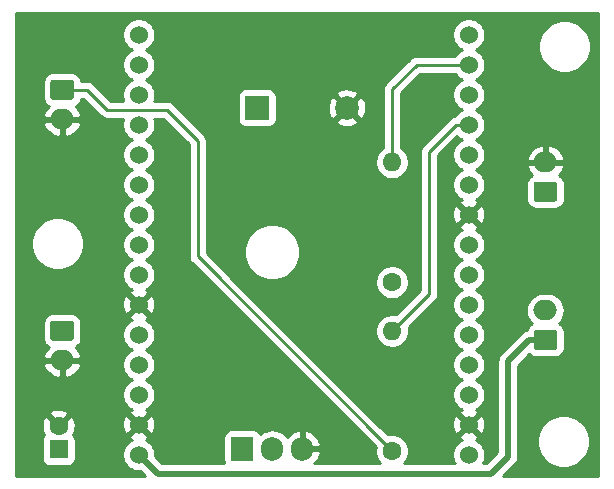
<source format=gbr>
G04 #@! TF.GenerationSoftware,KiCad,Pcbnew,5.1.5+dfsg1-2build2*
G04 #@! TF.CreationDate,2022-01-06T00:43:13+01:00*
G04 #@! TF.ProjectId,Bell,42656c6c-2e6b-4696-9361-645f70636258,V1.0*
G04 #@! TF.SameCoordinates,Original*
G04 #@! TF.FileFunction,Copper,L2,Bot*
G04 #@! TF.FilePolarity,Positive*
%FSLAX46Y46*%
G04 Gerber Fmt 4.6, Leading zero omitted, Abs format (unit mm)*
G04 Created by KiCad (PCBNEW 5.1.5+dfsg1-2build2) date 2022-01-06 00:43:13*
%MOMM*%
%LPD*%
G04 APERTURE LIST*
%ADD10C,1.600000*%
%ADD11O,1.600000X1.600000*%
%ADD12C,1.524000*%
%ADD13O,1.905000X2.000000*%
%ADD14R,1.905000X2.000000*%
%ADD15O,2.000000X1.700000*%
%ADD16C,0.100000*%
%ADD17R,1.600000X1.600000*%
%ADD18C,2.000000*%
%ADD19R,2.000000X2.000000*%
%ADD20C,0.500000*%
%ADD21C,0.250000*%
%ADD22C,0.254000*%
G04 APERTURE END LIST*
D10*
X134620000Y-92246700D03*
D11*
X134620000Y-82086700D03*
D12*
X141100000Y-71290000D03*
X141100000Y-73830000D03*
X141100000Y-76370000D03*
X141100000Y-78910000D03*
X141100000Y-81450000D03*
X141100000Y-83990000D03*
X141100000Y-86530000D03*
X141100000Y-89070000D03*
X141100000Y-91610000D03*
X141100000Y-94150000D03*
X141100000Y-96690000D03*
X141100000Y-99230000D03*
X141100000Y-101770000D03*
X141100000Y-104310000D03*
X141100000Y-106850000D03*
X113160000Y-106850000D03*
X113160000Y-104310000D03*
X113160000Y-101770000D03*
X113160000Y-99230000D03*
X113160000Y-96690000D03*
X113160000Y-94150000D03*
X113160000Y-91610000D03*
X113160000Y-89070000D03*
X113160000Y-86530000D03*
X113160000Y-83990000D03*
X113160000Y-81450000D03*
X113160000Y-78910000D03*
X113160000Y-76370000D03*
X113160000Y-73830000D03*
X113160000Y-71290000D03*
D10*
X134620000Y-106536999D03*
D11*
X134620000Y-96376999D03*
D13*
X127000000Y-106336999D03*
X124460000Y-106336999D03*
D14*
X121920000Y-106336999D03*
D15*
X106669580Y-98850000D03*
G04 #@! TA.AperFunction,ComponentPad*
D16*
G36*
X107444084Y-95501204D02*
G01*
X107468353Y-95504804D01*
X107492151Y-95510765D01*
X107515251Y-95519030D01*
X107537429Y-95529520D01*
X107558473Y-95542133D01*
X107578178Y-95556747D01*
X107596357Y-95573223D01*
X107612833Y-95591402D01*
X107627447Y-95611107D01*
X107640060Y-95632151D01*
X107650550Y-95654329D01*
X107658815Y-95677429D01*
X107664776Y-95701227D01*
X107668376Y-95725496D01*
X107669580Y-95750000D01*
X107669580Y-96950000D01*
X107668376Y-96974504D01*
X107664776Y-96998773D01*
X107658815Y-97022571D01*
X107650550Y-97045671D01*
X107640060Y-97067849D01*
X107627447Y-97088893D01*
X107612833Y-97108598D01*
X107596357Y-97126777D01*
X107578178Y-97143253D01*
X107558473Y-97157867D01*
X107537429Y-97170480D01*
X107515251Y-97180970D01*
X107492151Y-97189235D01*
X107468353Y-97195196D01*
X107444084Y-97198796D01*
X107419580Y-97200000D01*
X105919580Y-97200000D01*
X105895076Y-97198796D01*
X105870807Y-97195196D01*
X105847009Y-97189235D01*
X105823909Y-97180970D01*
X105801731Y-97170480D01*
X105780687Y-97157867D01*
X105760982Y-97143253D01*
X105742803Y-97126777D01*
X105726327Y-97108598D01*
X105711713Y-97088893D01*
X105699100Y-97067849D01*
X105688610Y-97045671D01*
X105680345Y-97022571D01*
X105674384Y-96998773D01*
X105670784Y-96974504D01*
X105669580Y-96950000D01*
X105669580Y-95750000D01*
X105670784Y-95725496D01*
X105674384Y-95701227D01*
X105680345Y-95677429D01*
X105688610Y-95654329D01*
X105699100Y-95632151D01*
X105711713Y-95611107D01*
X105726327Y-95591402D01*
X105742803Y-95573223D01*
X105760982Y-95556747D01*
X105780687Y-95542133D01*
X105801731Y-95529520D01*
X105823909Y-95519030D01*
X105847009Y-95510765D01*
X105870807Y-95504804D01*
X105895076Y-95501204D01*
X105919580Y-95500000D01*
X107419580Y-95500000D01*
X107444084Y-95501204D01*
G37*
G04 #@! TD.AperFunction*
D15*
X106669580Y-78450000D03*
G04 #@! TA.AperFunction,ComponentPad*
D16*
G36*
X107444174Y-75101203D02*
G01*
X107468433Y-75104802D01*
X107492222Y-75110761D01*
X107515313Y-75119023D01*
X107537482Y-75129508D01*
X107558517Y-75142116D01*
X107578215Y-75156725D01*
X107596386Y-75173194D01*
X107612855Y-75191365D01*
X107627464Y-75211063D01*
X107640072Y-75232098D01*
X107650557Y-75254267D01*
X107658819Y-75277358D01*
X107664778Y-75301147D01*
X107668377Y-75325406D01*
X107669580Y-75349900D01*
X107669580Y-76550100D01*
X107668377Y-76574594D01*
X107664778Y-76598853D01*
X107658819Y-76622642D01*
X107650557Y-76645733D01*
X107640072Y-76667902D01*
X107627464Y-76688937D01*
X107612855Y-76708635D01*
X107596386Y-76726806D01*
X107578215Y-76743275D01*
X107558517Y-76757884D01*
X107537482Y-76770492D01*
X107515313Y-76780977D01*
X107492222Y-76789239D01*
X107468433Y-76795198D01*
X107444174Y-76798797D01*
X107419680Y-76800000D01*
X105919480Y-76800000D01*
X105894986Y-76798797D01*
X105870727Y-76795198D01*
X105846938Y-76789239D01*
X105823847Y-76780977D01*
X105801678Y-76770492D01*
X105780643Y-76757884D01*
X105760945Y-76743275D01*
X105742774Y-76726806D01*
X105726305Y-76708635D01*
X105711696Y-76688937D01*
X105699088Y-76667902D01*
X105688603Y-76645733D01*
X105680341Y-76622642D01*
X105674382Y-76598853D01*
X105670783Y-76574594D01*
X105669580Y-76550100D01*
X105669580Y-75349900D01*
X105670783Y-75325406D01*
X105674382Y-75301147D01*
X105680341Y-75277358D01*
X105688603Y-75254267D01*
X105699088Y-75232098D01*
X105711696Y-75211063D01*
X105726305Y-75191365D01*
X105742774Y-75173194D01*
X105760945Y-75156725D01*
X105780643Y-75142116D01*
X105801678Y-75129508D01*
X105823847Y-75119023D01*
X105846938Y-75110761D01*
X105870727Y-75104802D01*
X105894986Y-75101203D01*
X105919480Y-75100000D01*
X107419680Y-75100000D01*
X107444174Y-75101203D01*
G37*
G04 #@! TD.AperFunction*
D15*
X147594580Y-94624840D03*
G04 #@! TA.AperFunction,ComponentPad*
D16*
G36*
X148369174Y-96276043D02*
G01*
X148393433Y-96279642D01*
X148417222Y-96285601D01*
X148440313Y-96293863D01*
X148462482Y-96304348D01*
X148483517Y-96316956D01*
X148503215Y-96331565D01*
X148521386Y-96348034D01*
X148537855Y-96366205D01*
X148552464Y-96385903D01*
X148565072Y-96406938D01*
X148575557Y-96429107D01*
X148583819Y-96452198D01*
X148589778Y-96475987D01*
X148593377Y-96500246D01*
X148594580Y-96524740D01*
X148594580Y-97724940D01*
X148593377Y-97749434D01*
X148589778Y-97773693D01*
X148583819Y-97797482D01*
X148575557Y-97820573D01*
X148565072Y-97842742D01*
X148552464Y-97863777D01*
X148537855Y-97883475D01*
X148521386Y-97901646D01*
X148503215Y-97918115D01*
X148483517Y-97932724D01*
X148462482Y-97945332D01*
X148440313Y-97955817D01*
X148417222Y-97964079D01*
X148393433Y-97970038D01*
X148369174Y-97973637D01*
X148344680Y-97974840D01*
X146844480Y-97974840D01*
X146819986Y-97973637D01*
X146795727Y-97970038D01*
X146771938Y-97964079D01*
X146748847Y-97955817D01*
X146726678Y-97945332D01*
X146705643Y-97932724D01*
X146685945Y-97918115D01*
X146667774Y-97901646D01*
X146651305Y-97883475D01*
X146636696Y-97863777D01*
X146624088Y-97842742D01*
X146613603Y-97820573D01*
X146605341Y-97797482D01*
X146599382Y-97773693D01*
X146595783Y-97749434D01*
X146594580Y-97724940D01*
X146594580Y-96524740D01*
X146595783Y-96500246D01*
X146599382Y-96475987D01*
X146605341Y-96452198D01*
X146613603Y-96429107D01*
X146624088Y-96406938D01*
X146636696Y-96385903D01*
X146651305Y-96366205D01*
X146667774Y-96348034D01*
X146685945Y-96331565D01*
X146705643Y-96316956D01*
X146726678Y-96304348D01*
X146748847Y-96293863D01*
X146771938Y-96285601D01*
X146795727Y-96279642D01*
X146819986Y-96276043D01*
X146844480Y-96274840D01*
X148344680Y-96274840D01*
X148369174Y-96276043D01*
G37*
G04 #@! TD.AperFunction*
D15*
X147594580Y-82074840D03*
G04 #@! TA.AperFunction,ComponentPad*
D16*
G36*
X148369174Y-83726043D02*
G01*
X148393433Y-83729642D01*
X148417222Y-83735601D01*
X148440313Y-83743863D01*
X148462482Y-83754348D01*
X148483517Y-83766956D01*
X148503215Y-83781565D01*
X148521386Y-83798034D01*
X148537855Y-83816205D01*
X148552464Y-83835903D01*
X148565072Y-83856938D01*
X148575557Y-83879107D01*
X148583819Y-83902198D01*
X148589778Y-83925987D01*
X148593377Y-83950246D01*
X148594580Y-83974740D01*
X148594580Y-85174940D01*
X148593377Y-85199434D01*
X148589778Y-85223693D01*
X148583819Y-85247482D01*
X148575557Y-85270573D01*
X148565072Y-85292742D01*
X148552464Y-85313777D01*
X148537855Y-85333475D01*
X148521386Y-85351646D01*
X148503215Y-85368115D01*
X148483517Y-85382724D01*
X148462482Y-85395332D01*
X148440313Y-85405817D01*
X148417222Y-85414079D01*
X148393433Y-85420038D01*
X148369174Y-85423637D01*
X148344680Y-85424840D01*
X146844480Y-85424840D01*
X146819986Y-85423637D01*
X146795727Y-85420038D01*
X146771938Y-85414079D01*
X146748847Y-85405817D01*
X146726678Y-85395332D01*
X146705643Y-85382724D01*
X146685945Y-85368115D01*
X146667774Y-85351646D01*
X146651305Y-85333475D01*
X146636696Y-85313777D01*
X146624088Y-85292742D01*
X146613603Y-85270573D01*
X146605341Y-85247482D01*
X146599382Y-85223693D01*
X146595783Y-85199434D01*
X146594580Y-85174940D01*
X146594580Y-83974740D01*
X146595783Y-83950246D01*
X146599382Y-83925987D01*
X146605341Y-83902198D01*
X146613603Y-83879107D01*
X146624088Y-83856938D01*
X146636696Y-83835903D01*
X146651305Y-83816205D01*
X146667774Y-83798034D01*
X146685945Y-83781565D01*
X146705643Y-83766956D01*
X146726678Y-83754348D01*
X146748847Y-83743863D01*
X146771938Y-83735601D01*
X146795727Y-83729642D01*
X146819986Y-83726043D01*
X146844480Y-83724840D01*
X148344680Y-83724840D01*
X148369174Y-83726043D01*
G37*
G04 #@! TD.AperFunction*
D10*
X106369580Y-104400000D03*
D17*
X106369580Y-106400000D03*
D18*
X130790000Y-77470000D03*
D19*
X123190000Y-77470000D03*
D20*
X113160000Y-106850000D02*
X114768000Y-108458000D01*
X114768000Y-108458000D02*
X142963900Y-108458000D01*
X142963900Y-108458000D02*
X144411700Y-107010200D01*
X144411700Y-107010200D02*
X144411700Y-98933000D01*
X146219860Y-97124840D02*
X147594580Y-97124840D01*
X144411700Y-98933000D02*
X146219860Y-97124840D01*
D21*
X141100000Y-73830000D02*
X136685200Y-73830000D01*
X134620000Y-75895200D02*
X134620000Y-82086700D01*
X136685200Y-73830000D02*
X134620000Y-75895200D01*
X110477300Y-77647800D02*
X108779500Y-75950000D01*
X115544600Y-77647800D02*
X110477300Y-77647800D01*
X108779500Y-75950000D02*
X106669580Y-75950000D01*
X118148100Y-80251300D02*
X115544600Y-77647800D01*
X118148100Y-90065099D02*
X118148100Y-80251300D01*
X134620000Y-106536999D02*
X118148100Y-90065099D01*
X140022370Y-78910000D02*
X137744200Y-81188170D01*
X141100000Y-78910000D02*
X140022370Y-78910000D01*
X137744200Y-93252799D02*
X134620000Y-96376999D01*
X137744200Y-81188170D02*
X137744200Y-93252799D01*
D22*
G36*
X152040001Y-108640000D02*
G01*
X144033478Y-108640000D01*
X145006750Y-107666729D01*
X145040517Y-107639017D01*
X145084188Y-107585805D01*
X145151110Y-107504260D01*
X145151111Y-107504259D01*
X145233289Y-107350513D01*
X145283895Y-107183690D01*
X145296700Y-107053677D01*
X145296700Y-107053667D01*
X145300981Y-107010201D01*
X145296700Y-106966735D01*
X145296700Y-105479872D01*
X146865000Y-105479872D01*
X146865000Y-105920128D01*
X146950890Y-106351925D01*
X147119369Y-106758669D01*
X147363962Y-107124729D01*
X147675271Y-107436038D01*
X148041331Y-107680631D01*
X148448075Y-107849110D01*
X148879872Y-107935000D01*
X149320128Y-107935000D01*
X149751925Y-107849110D01*
X150158669Y-107680631D01*
X150524729Y-107436038D01*
X150836038Y-107124729D01*
X151080631Y-106758669D01*
X151249110Y-106351925D01*
X151335000Y-105920128D01*
X151335000Y-105479872D01*
X151249110Y-105048075D01*
X151080631Y-104641331D01*
X150836038Y-104275271D01*
X150524729Y-103963962D01*
X150158669Y-103719369D01*
X149751925Y-103550890D01*
X149320128Y-103465000D01*
X148879872Y-103465000D01*
X148448075Y-103550890D01*
X148041331Y-103719369D01*
X147675271Y-103963962D01*
X147363962Y-104275271D01*
X147119369Y-104641331D01*
X146950890Y-105048075D01*
X146865000Y-105479872D01*
X145296700Y-105479872D01*
X145296700Y-99299578D01*
X146231341Y-98364938D01*
X146351149Y-98463262D01*
X146504668Y-98545319D01*
X146671245Y-98595850D01*
X146844480Y-98612912D01*
X148344680Y-98612912D01*
X148517915Y-98595850D01*
X148684492Y-98545319D01*
X148838011Y-98463262D01*
X148972571Y-98352831D01*
X149083002Y-98218271D01*
X149165059Y-98064752D01*
X149215590Y-97898175D01*
X149232652Y-97724940D01*
X149232652Y-96524740D01*
X149215590Y-96351505D01*
X149165059Y-96184928D01*
X149083002Y-96031409D01*
X148972571Y-95896849D01*
X148838011Y-95786418D01*
X148736273Y-95732038D01*
X148799714Y-95679974D01*
X148985286Y-95453854D01*
X149123179Y-95195874D01*
X149208093Y-94915951D01*
X149236765Y-94624840D01*
X149208093Y-94333729D01*
X149123179Y-94053806D01*
X148985286Y-93795826D01*
X148799714Y-93569706D01*
X148573594Y-93384134D01*
X148315614Y-93246241D01*
X148035691Y-93161327D01*
X147817530Y-93139840D01*
X147371630Y-93139840D01*
X147153469Y-93161327D01*
X146873546Y-93246241D01*
X146615566Y-93384134D01*
X146389446Y-93569706D01*
X146203874Y-93795826D01*
X146065981Y-94053806D01*
X145981067Y-94333729D01*
X145952395Y-94624840D01*
X145981067Y-94915951D01*
X146065981Y-95195874D01*
X146203874Y-95453854D01*
X146389446Y-95679974D01*
X146452887Y-95732038D01*
X146351149Y-95786418D01*
X146216589Y-95896849D01*
X146106158Y-96031409D01*
X146024101Y-96184928D01*
X145999220Y-96266948D01*
X145879547Y-96303251D01*
X145725801Y-96385429D01*
X145725799Y-96385430D01*
X145725800Y-96385430D01*
X145624813Y-96468308D01*
X145624811Y-96468310D01*
X145591043Y-96496023D01*
X145563330Y-96529791D01*
X143816651Y-98276471D01*
X143782884Y-98304183D01*
X143755171Y-98337951D01*
X143755168Y-98337954D01*
X143672290Y-98438941D01*
X143590112Y-98592687D01*
X143539505Y-98759510D01*
X143522419Y-98933000D01*
X143526701Y-98976479D01*
X143526700Y-106643621D01*
X142597322Y-107573000D01*
X142297064Y-107573000D01*
X142338005Y-107511727D01*
X142443314Y-107257490D01*
X142497000Y-106987592D01*
X142497000Y-106712408D01*
X142443314Y-106442510D01*
X142338005Y-106188273D01*
X142185120Y-105959465D01*
X141990535Y-105764880D01*
X141761727Y-105611995D01*
X141690057Y-105582308D01*
X141703023Y-105577636D01*
X141818980Y-105515656D01*
X141885960Y-105275565D01*
X141100000Y-104489605D01*
X140314040Y-105275565D01*
X140381020Y-105515656D01*
X140516760Y-105579485D01*
X140438273Y-105611995D01*
X140209465Y-105764880D01*
X140014880Y-105959465D01*
X139861995Y-106188273D01*
X139756686Y-106442510D01*
X139703000Y-106712408D01*
X139703000Y-106987592D01*
X139756686Y-107257490D01*
X139861995Y-107511727D01*
X139902936Y-107573000D01*
X135613395Y-107573000D01*
X135734637Y-107451758D01*
X135891680Y-107216726D01*
X135999853Y-106955573D01*
X136055000Y-106678334D01*
X136055000Y-106395664D01*
X135999853Y-106118425D01*
X135891680Y-105857272D01*
X135734637Y-105622240D01*
X135534759Y-105422362D01*
X135299727Y-105265319D01*
X135038574Y-105157146D01*
X134761335Y-105101999D01*
X134478665Y-105101999D01*
X134296115Y-105138311D01*
X133539821Y-104382017D01*
X139698090Y-104382017D01*
X139739078Y-104654133D01*
X139832364Y-104913023D01*
X139894344Y-105028980D01*
X140134435Y-105095960D01*
X140920395Y-104310000D01*
X141279605Y-104310000D01*
X142065565Y-105095960D01*
X142305656Y-105028980D01*
X142422756Y-104779952D01*
X142489023Y-104512865D01*
X142501910Y-104237983D01*
X142460922Y-103965867D01*
X142367636Y-103706977D01*
X142305656Y-103591020D01*
X142065565Y-103524040D01*
X141279605Y-104310000D01*
X140920395Y-104310000D01*
X140134435Y-103524040D01*
X139894344Y-103591020D01*
X139777244Y-103840048D01*
X139710977Y-104107135D01*
X139698090Y-104382017D01*
X133539821Y-104382017D01*
X121263168Y-92105365D01*
X133185000Y-92105365D01*
X133185000Y-92388035D01*
X133240147Y-92665274D01*
X133348320Y-92926427D01*
X133505363Y-93161459D01*
X133705241Y-93361337D01*
X133940273Y-93518380D01*
X134201426Y-93626553D01*
X134478665Y-93681700D01*
X134761335Y-93681700D01*
X135038574Y-93626553D01*
X135299727Y-93518380D01*
X135534759Y-93361337D01*
X135734637Y-93161459D01*
X135891680Y-92926427D01*
X135999853Y-92665274D01*
X136055000Y-92388035D01*
X136055000Y-92105365D01*
X135999853Y-91828126D01*
X135891680Y-91566973D01*
X135734637Y-91331941D01*
X135534759Y-91132063D01*
X135299727Y-90975020D01*
X135038574Y-90866847D01*
X134761335Y-90811700D01*
X134478665Y-90811700D01*
X134201426Y-90866847D01*
X133940273Y-90975020D01*
X133705241Y-91132063D01*
X133505363Y-91331941D01*
X133348320Y-91566973D01*
X133240147Y-91828126D01*
X133185000Y-92105365D01*
X121263168Y-92105365D01*
X118908100Y-89750298D01*
X118908100Y-89442097D01*
X122075000Y-89442097D01*
X122075000Y-89911901D01*
X122166654Y-90372678D01*
X122346440Y-90806720D01*
X122607450Y-91197348D01*
X122939651Y-91529549D01*
X123330279Y-91790559D01*
X123764321Y-91970345D01*
X124225098Y-92061999D01*
X124694902Y-92061999D01*
X125155679Y-91970345D01*
X125589721Y-91790559D01*
X125980349Y-91529549D01*
X126312550Y-91197348D01*
X126573560Y-90806720D01*
X126753346Y-90372678D01*
X126845000Y-89911901D01*
X126845000Y-89442097D01*
X126753346Y-88981320D01*
X126573560Y-88547278D01*
X126312550Y-88156650D01*
X125980349Y-87824449D01*
X125589721Y-87563439D01*
X125155679Y-87383653D01*
X124694902Y-87291999D01*
X124225098Y-87291999D01*
X123764321Y-87383653D01*
X123330279Y-87563439D01*
X122939651Y-87824449D01*
X122607450Y-88156650D01*
X122346440Y-88547278D01*
X122166654Y-88981320D01*
X122075000Y-89442097D01*
X118908100Y-89442097D01*
X118908100Y-81945365D01*
X133185000Y-81945365D01*
X133185000Y-82228035D01*
X133240147Y-82505274D01*
X133348320Y-82766427D01*
X133505363Y-83001459D01*
X133705241Y-83201337D01*
X133940273Y-83358380D01*
X134201426Y-83466553D01*
X134478665Y-83521700D01*
X134761335Y-83521700D01*
X135038574Y-83466553D01*
X135299727Y-83358380D01*
X135534759Y-83201337D01*
X135734637Y-83001459D01*
X135891680Y-82766427D01*
X135999853Y-82505274D01*
X136055000Y-82228035D01*
X136055000Y-81945365D01*
X135999853Y-81668126D01*
X135891680Y-81406973D01*
X135734637Y-81171941D01*
X135534759Y-80972063D01*
X135380000Y-80868657D01*
X135380000Y-76210001D01*
X137000002Y-74590000D01*
X139927659Y-74590000D01*
X140014880Y-74720535D01*
X140209465Y-74915120D01*
X140438273Y-75068005D01*
X140515515Y-75100000D01*
X140438273Y-75131995D01*
X140209465Y-75284880D01*
X140014880Y-75479465D01*
X139861995Y-75708273D01*
X139756686Y-75962510D01*
X139703000Y-76232408D01*
X139703000Y-76507592D01*
X139756686Y-76777490D01*
X139861995Y-77031727D01*
X140014880Y-77260535D01*
X140209465Y-77455120D01*
X140438273Y-77608005D01*
X140515515Y-77640000D01*
X140438273Y-77671995D01*
X140209465Y-77824880D01*
X140014880Y-78019465D01*
X139923617Y-78156049D01*
X139873384Y-78160997D01*
X139730123Y-78204454D01*
X139598093Y-78275026D01*
X139539637Y-78323000D01*
X139482369Y-78369999D01*
X139458571Y-78398997D01*
X137233203Y-80624366D01*
X137204199Y-80648169D01*
X137156044Y-80706847D01*
X137109226Y-80763894D01*
X137081856Y-80815099D01*
X137038654Y-80895924D01*
X136995197Y-81039185D01*
X136984200Y-81150838D01*
X136984200Y-81150848D01*
X136980524Y-81188170D01*
X136984200Y-81225492D01*
X136984201Y-92937996D01*
X134943886Y-94978311D01*
X134761335Y-94941999D01*
X134478665Y-94941999D01*
X134201426Y-94997146D01*
X133940273Y-95105319D01*
X133705241Y-95262362D01*
X133505363Y-95462240D01*
X133348320Y-95697272D01*
X133240147Y-95958425D01*
X133185000Y-96235664D01*
X133185000Y-96518334D01*
X133240147Y-96795573D01*
X133348320Y-97056726D01*
X133505363Y-97291758D01*
X133705241Y-97491636D01*
X133940273Y-97648679D01*
X134201426Y-97756852D01*
X134478665Y-97811999D01*
X134761335Y-97811999D01*
X135038574Y-97756852D01*
X135299727Y-97648679D01*
X135534759Y-97491636D01*
X135734637Y-97291758D01*
X135891680Y-97056726D01*
X135999853Y-96795573D01*
X136055000Y-96518334D01*
X136055000Y-96235664D01*
X136018688Y-96053113D01*
X138255203Y-93816598D01*
X138284201Y-93792800D01*
X138325473Y-93742510D01*
X138379174Y-93677076D01*
X138449746Y-93545046D01*
X138457835Y-93518380D01*
X138493203Y-93401785D01*
X138504200Y-93290132D01*
X138504200Y-93290122D01*
X138507876Y-93252800D01*
X138504200Y-93215477D01*
X138504200Y-88932408D01*
X139703000Y-88932408D01*
X139703000Y-89207592D01*
X139756686Y-89477490D01*
X139861995Y-89731727D01*
X140014880Y-89960535D01*
X140209465Y-90155120D01*
X140438273Y-90308005D01*
X140515515Y-90340000D01*
X140438273Y-90371995D01*
X140209465Y-90524880D01*
X140014880Y-90719465D01*
X139861995Y-90948273D01*
X139756686Y-91202510D01*
X139703000Y-91472408D01*
X139703000Y-91747592D01*
X139756686Y-92017490D01*
X139861995Y-92271727D01*
X140014880Y-92500535D01*
X140209465Y-92695120D01*
X140438273Y-92848005D01*
X140515515Y-92880000D01*
X140438273Y-92911995D01*
X140209465Y-93064880D01*
X140014880Y-93259465D01*
X139861995Y-93488273D01*
X139756686Y-93742510D01*
X139703000Y-94012408D01*
X139703000Y-94287592D01*
X139756686Y-94557490D01*
X139861995Y-94811727D01*
X140014880Y-95040535D01*
X140209465Y-95235120D01*
X140438273Y-95388005D01*
X140515515Y-95420000D01*
X140438273Y-95451995D01*
X140209465Y-95604880D01*
X140014880Y-95799465D01*
X139861995Y-96028273D01*
X139756686Y-96282510D01*
X139703000Y-96552408D01*
X139703000Y-96827592D01*
X139756686Y-97097490D01*
X139861995Y-97351727D01*
X140014880Y-97580535D01*
X140209465Y-97775120D01*
X140438273Y-97928005D01*
X140515515Y-97960000D01*
X140438273Y-97991995D01*
X140209465Y-98144880D01*
X140014880Y-98339465D01*
X139861995Y-98568273D01*
X139756686Y-98822510D01*
X139703000Y-99092408D01*
X139703000Y-99367592D01*
X139756686Y-99637490D01*
X139861995Y-99891727D01*
X140014880Y-100120535D01*
X140209465Y-100315120D01*
X140438273Y-100468005D01*
X140515515Y-100500000D01*
X140438273Y-100531995D01*
X140209465Y-100684880D01*
X140014880Y-100879465D01*
X139861995Y-101108273D01*
X139756686Y-101362510D01*
X139703000Y-101632408D01*
X139703000Y-101907592D01*
X139756686Y-102177490D01*
X139861995Y-102431727D01*
X140014880Y-102660535D01*
X140209465Y-102855120D01*
X140438273Y-103008005D01*
X140509943Y-103037692D01*
X140496977Y-103042364D01*
X140381020Y-103104344D01*
X140314040Y-103344435D01*
X141100000Y-104130395D01*
X141885960Y-103344435D01*
X141818980Y-103104344D01*
X141683240Y-103040515D01*
X141761727Y-103008005D01*
X141990535Y-102855120D01*
X142185120Y-102660535D01*
X142338005Y-102431727D01*
X142443314Y-102177490D01*
X142497000Y-101907592D01*
X142497000Y-101632408D01*
X142443314Y-101362510D01*
X142338005Y-101108273D01*
X142185120Y-100879465D01*
X141990535Y-100684880D01*
X141761727Y-100531995D01*
X141684485Y-100500000D01*
X141761727Y-100468005D01*
X141990535Y-100315120D01*
X142185120Y-100120535D01*
X142338005Y-99891727D01*
X142443314Y-99637490D01*
X142497000Y-99367592D01*
X142497000Y-99092408D01*
X142443314Y-98822510D01*
X142338005Y-98568273D01*
X142185120Y-98339465D01*
X141990535Y-98144880D01*
X141761727Y-97991995D01*
X141684485Y-97960000D01*
X141761727Y-97928005D01*
X141990535Y-97775120D01*
X142185120Y-97580535D01*
X142338005Y-97351727D01*
X142443314Y-97097490D01*
X142497000Y-96827592D01*
X142497000Y-96552408D01*
X142443314Y-96282510D01*
X142338005Y-96028273D01*
X142185120Y-95799465D01*
X141990535Y-95604880D01*
X141761727Y-95451995D01*
X141684485Y-95420000D01*
X141761727Y-95388005D01*
X141990535Y-95235120D01*
X142185120Y-95040535D01*
X142338005Y-94811727D01*
X142443314Y-94557490D01*
X142497000Y-94287592D01*
X142497000Y-94012408D01*
X142443314Y-93742510D01*
X142338005Y-93488273D01*
X142185120Y-93259465D01*
X141990535Y-93064880D01*
X141761727Y-92911995D01*
X141684485Y-92880000D01*
X141761727Y-92848005D01*
X141990535Y-92695120D01*
X142185120Y-92500535D01*
X142338005Y-92271727D01*
X142443314Y-92017490D01*
X142497000Y-91747592D01*
X142497000Y-91472408D01*
X142443314Y-91202510D01*
X142338005Y-90948273D01*
X142185120Y-90719465D01*
X141990535Y-90524880D01*
X141761727Y-90371995D01*
X141684485Y-90340000D01*
X141761727Y-90308005D01*
X141990535Y-90155120D01*
X142185120Y-89960535D01*
X142338005Y-89731727D01*
X142443314Y-89477490D01*
X142497000Y-89207592D01*
X142497000Y-88932408D01*
X142443314Y-88662510D01*
X142338005Y-88408273D01*
X142185120Y-88179465D01*
X141990535Y-87984880D01*
X141761727Y-87831995D01*
X141690057Y-87802308D01*
X141703023Y-87797636D01*
X141818980Y-87735656D01*
X141885960Y-87495565D01*
X141100000Y-86709605D01*
X140314040Y-87495565D01*
X140381020Y-87735656D01*
X140516760Y-87799485D01*
X140438273Y-87831995D01*
X140209465Y-87984880D01*
X140014880Y-88179465D01*
X139861995Y-88408273D01*
X139756686Y-88662510D01*
X139703000Y-88932408D01*
X138504200Y-88932408D01*
X138504200Y-86602017D01*
X139698090Y-86602017D01*
X139739078Y-86874133D01*
X139832364Y-87133023D01*
X139894344Y-87248980D01*
X140134435Y-87315960D01*
X140920395Y-86530000D01*
X141279605Y-86530000D01*
X142065565Y-87315960D01*
X142305656Y-87248980D01*
X142422756Y-86999952D01*
X142489023Y-86732865D01*
X142501910Y-86457983D01*
X142460922Y-86185867D01*
X142367636Y-85926977D01*
X142305656Y-85811020D01*
X142065565Y-85744040D01*
X141279605Y-86530000D01*
X140920395Y-86530000D01*
X140134435Y-85744040D01*
X139894344Y-85811020D01*
X139777244Y-86060048D01*
X139710977Y-86327135D01*
X139698090Y-86602017D01*
X138504200Y-86602017D01*
X138504200Y-81502971D01*
X140110758Y-79896413D01*
X140209465Y-79995120D01*
X140438273Y-80148005D01*
X140515515Y-80180000D01*
X140438273Y-80211995D01*
X140209465Y-80364880D01*
X140014880Y-80559465D01*
X139861995Y-80788273D01*
X139756686Y-81042510D01*
X139703000Y-81312408D01*
X139703000Y-81587592D01*
X139756686Y-81857490D01*
X139861995Y-82111727D01*
X140014880Y-82340535D01*
X140209465Y-82535120D01*
X140438273Y-82688005D01*
X140515515Y-82720000D01*
X140438273Y-82751995D01*
X140209465Y-82904880D01*
X140014880Y-83099465D01*
X139861995Y-83328273D01*
X139756686Y-83582510D01*
X139703000Y-83852408D01*
X139703000Y-84127592D01*
X139756686Y-84397490D01*
X139861995Y-84651727D01*
X140014880Y-84880535D01*
X140209465Y-85075120D01*
X140438273Y-85228005D01*
X140509943Y-85257692D01*
X140496977Y-85262364D01*
X140381020Y-85324344D01*
X140314040Y-85564435D01*
X141100000Y-86350395D01*
X141885960Y-85564435D01*
X141818980Y-85324344D01*
X141683240Y-85260515D01*
X141761727Y-85228005D01*
X141990535Y-85075120D01*
X142185120Y-84880535D01*
X142338005Y-84651727D01*
X142443314Y-84397490D01*
X142497000Y-84127592D01*
X142497000Y-83974740D01*
X145956508Y-83974740D01*
X145956508Y-85174940D01*
X145973570Y-85348175D01*
X146024101Y-85514752D01*
X146106158Y-85668271D01*
X146216589Y-85802831D01*
X146351149Y-85913262D01*
X146504668Y-85995319D01*
X146671245Y-86045850D01*
X146844480Y-86062912D01*
X148344680Y-86062912D01*
X148517915Y-86045850D01*
X148684492Y-85995319D01*
X148838011Y-85913262D01*
X148972571Y-85802831D01*
X149083002Y-85668271D01*
X149165059Y-85514752D01*
X149215590Y-85348175D01*
X149232652Y-85174940D01*
X149232652Y-83974740D01*
X149215590Y-83801505D01*
X149165059Y-83634928D01*
X149083002Y-83481409D01*
X148972571Y-83346849D01*
X148838011Y-83236418D01*
X148736019Y-83181903D01*
X148736375Y-83181642D01*
X148933244Y-82966886D01*
X149084434Y-82717849D01*
X149184134Y-82444101D01*
X149186056Y-82431730D01*
X149064735Y-82201840D01*
X147721580Y-82201840D01*
X147721580Y-82221840D01*
X147467580Y-82221840D01*
X147467580Y-82201840D01*
X146124425Y-82201840D01*
X146003104Y-82431730D01*
X146005026Y-82444101D01*
X146104726Y-82717849D01*
X146255916Y-82966886D01*
X146452785Y-83181642D01*
X146453141Y-83181903D01*
X146351149Y-83236418D01*
X146216589Y-83346849D01*
X146106158Y-83481409D01*
X146024101Y-83634928D01*
X145973570Y-83801505D01*
X145956508Y-83974740D01*
X142497000Y-83974740D01*
X142497000Y-83852408D01*
X142443314Y-83582510D01*
X142338005Y-83328273D01*
X142185120Y-83099465D01*
X141990535Y-82904880D01*
X141761727Y-82751995D01*
X141684485Y-82720000D01*
X141761727Y-82688005D01*
X141990535Y-82535120D01*
X142185120Y-82340535D01*
X142338005Y-82111727D01*
X142443314Y-81857490D01*
X142471070Y-81717950D01*
X146003104Y-81717950D01*
X146124425Y-81947840D01*
X147467580Y-81947840D01*
X147467580Y-80747608D01*
X147721580Y-80747608D01*
X147721580Y-81947840D01*
X149064735Y-81947840D01*
X149186056Y-81717950D01*
X149184134Y-81705579D01*
X149084434Y-81431831D01*
X148933244Y-81182794D01*
X148736375Y-80968038D01*
X148501392Y-80795815D01*
X148237325Y-80672744D01*
X147954322Y-80603555D01*
X147721580Y-80747608D01*
X147467580Y-80747608D01*
X147234838Y-80603555D01*
X146951835Y-80672744D01*
X146687768Y-80795815D01*
X146452785Y-80968038D01*
X146255916Y-81182794D01*
X146104726Y-81431831D01*
X146005026Y-81705579D01*
X146003104Y-81717950D01*
X142471070Y-81717950D01*
X142497000Y-81587592D01*
X142497000Y-81312408D01*
X142443314Y-81042510D01*
X142338005Y-80788273D01*
X142185120Y-80559465D01*
X141990535Y-80364880D01*
X141761727Y-80211995D01*
X141684485Y-80180000D01*
X141761727Y-80148005D01*
X141990535Y-79995120D01*
X142185120Y-79800535D01*
X142338005Y-79571727D01*
X142443314Y-79317490D01*
X142497000Y-79047592D01*
X142497000Y-78772408D01*
X142443314Y-78502510D01*
X142338005Y-78248273D01*
X142185120Y-78019465D01*
X141990535Y-77824880D01*
X141761727Y-77671995D01*
X141684485Y-77640000D01*
X141761727Y-77608005D01*
X141990535Y-77455120D01*
X142185120Y-77260535D01*
X142338005Y-77031727D01*
X142443314Y-76777490D01*
X142497000Y-76507592D01*
X142497000Y-76232408D01*
X142443314Y-75962510D01*
X142338005Y-75708273D01*
X142185120Y-75479465D01*
X141990535Y-75284880D01*
X141761727Y-75131995D01*
X141684485Y-75100000D01*
X141761727Y-75068005D01*
X141990535Y-74915120D01*
X142185120Y-74720535D01*
X142338005Y-74491727D01*
X142443314Y-74237490D01*
X142497000Y-73967592D01*
X142497000Y-73692408D01*
X142443314Y-73422510D01*
X142338005Y-73168273D01*
X142185120Y-72939465D01*
X141990535Y-72744880D01*
X141761727Y-72591995D01*
X141684485Y-72560000D01*
X141761727Y-72528005D01*
X141990535Y-72375120D01*
X142185120Y-72180535D01*
X142252381Y-72079872D01*
X146965000Y-72079872D01*
X146965000Y-72520128D01*
X147050890Y-72951925D01*
X147219369Y-73358669D01*
X147463962Y-73724729D01*
X147775271Y-74036038D01*
X148141331Y-74280631D01*
X148548075Y-74449110D01*
X148979872Y-74535000D01*
X149420128Y-74535000D01*
X149851925Y-74449110D01*
X150258669Y-74280631D01*
X150624729Y-74036038D01*
X150936038Y-73724729D01*
X151180631Y-73358669D01*
X151349110Y-72951925D01*
X151435000Y-72520128D01*
X151435000Y-72079872D01*
X151349110Y-71648075D01*
X151180631Y-71241331D01*
X150936038Y-70875271D01*
X150624729Y-70563962D01*
X150258669Y-70319369D01*
X149851925Y-70150890D01*
X149420128Y-70065000D01*
X148979872Y-70065000D01*
X148548075Y-70150890D01*
X148141331Y-70319369D01*
X147775271Y-70563962D01*
X147463962Y-70875271D01*
X147219369Y-71241331D01*
X147050890Y-71648075D01*
X146965000Y-72079872D01*
X142252381Y-72079872D01*
X142338005Y-71951727D01*
X142443314Y-71697490D01*
X142497000Y-71427592D01*
X142497000Y-71152408D01*
X142443314Y-70882510D01*
X142338005Y-70628273D01*
X142185120Y-70399465D01*
X141990535Y-70204880D01*
X141761727Y-70051995D01*
X141507490Y-69946686D01*
X141237592Y-69893000D01*
X140962408Y-69893000D01*
X140692510Y-69946686D01*
X140438273Y-70051995D01*
X140209465Y-70204880D01*
X140014880Y-70399465D01*
X139861995Y-70628273D01*
X139756686Y-70882510D01*
X139703000Y-71152408D01*
X139703000Y-71427592D01*
X139756686Y-71697490D01*
X139861995Y-71951727D01*
X140014880Y-72180535D01*
X140209465Y-72375120D01*
X140438273Y-72528005D01*
X140515515Y-72560000D01*
X140438273Y-72591995D01*
X140209465Y-72744880D01*
X140014880Y-72939465D01*
X139927659Y-73070000D01*
X136722523Y-73070000D01*
X136685200Y-73066324D01*
X136647877Y-73070000D01*
X136647867Y-73070000D01*
X136536214Y-73080997D01*
X136392953Y-73124454D01*
X136260924Y-73195026D01*
X136145199Y-73289999D01*
X136121401Y-73318997D01*
X134109003Y-75331396D01*
X134079999Y-75355199D01*
X134054557Y-75386201D01*
X133985026Y-75470924D01*
X133980461Y-75479465D01*
X133914454Y-75602954D01*
X133870997Y-75746215D01*
X133860000Y-75857868D01*
X133860000Y-75857878D01*
X133856324Y-75895200D01*
X133860000Y-75932523D01*
X133860001Y-80868656D01*
X133705241Y-80972063D01*
X133505363Y-81171941D01*
X133348320Y-81406973D01*
X133240147Y-81668126D01*
X133185000Y-81945365D01*
X118908100Y-81945365D01*
X118908100Y-80288622D01*
X118911776Y-80251299D01*
X118908100Y-80213977D01*
X118908100Y-80213967D01*
X118897103Y-80102314D01*
X118853646Y-79959053D01*
X118833458Y-79921285D01*
X118783074Y-79827023D01*
X118711899Y-79740297D01*
X118688101Y-79711299D01*
X118659103Y-79687501D01*
X116108404Y-77136803D01*
X116084601Y-77107799D01*
X115968876Y-77012826D01*
X115836847Y-76942254D01*
X115693586Y-76898797D01*
X115581933Y-76887800D01*
X115581922Y-76887800D01*
X115544600Y-76884124D01*
X115507278Y-76887800D01*
X114457622Y-76887800D01*
X114503314Y-76777490D01*
X114557000Y-76507592D01*
X114557000Y-76470000D01*
X121551928Y-76470000D01*
X121551928Y-78470000D01*
X121564188Y-78594482D01*
X121600498Y-78714180D01*
X121659463Y-78824494D01*
X121738815Y-78921185D01*
X121835506Y-79000537D01*
X121945820Y-79059502D01*
X122065518Y-79095812D01*
X122190000Y-79108072D01*
X124190000Y-79108072D01*
X124314482Y-79095812D01*
X124434180Y-79059502D01*
X124544494Y-79000537D01*
X124641185Y-78921185D01*
X124720537Y-78824494D01*
X124779502Y-78714180D01*
X124812496Y-78605413D01*
X129834192Y-78605413D01*
X129929956Y-78869814D01*
X130219571Y-79010704D01*
X130531108Y-79092384D01*
X130852595Y-79111718D01*
X131171675Y-79067961D01*
X131476088Y-78962795D01*
X131650044Y-78869814D01*
X131745808Y-78605413D01*
X130790000Y-77649605D01*
X129834192Y-78605413D01*
X124812496Y-78605413D01*
X124815812Y-78594482D01*
X124828072Y-78470000D01*
X124828072Y-77532595D01*
X129148282Y-77532595D01*
X129192039Y-77851675D01*
X129297205Y-78156088D01*
X129390186Y-78330044D01*
X129654587Y-78425808D01*
X130610395Y-77470000D01*
X130969605Y-77470000D01*
X131925413Y-78425808D01*
X132189814Y-78330044D01*
X132330704Y-78040429D01*
X132412384Y-77728892D01*
X132431718Y-77407405D01*
X132387961Y-77088325D01*
X132282795Y-76783912D01*
X132189814Y-76609956D01*
X131925413Y-76514192D01*
X130969605Y-77470000D01*
X130610395Y-77470000D01*
X129654587Y-76514192D01*
X129390186Y-76609956D01*
X129249296Y-76899571D01*
X129167616Y-77211108D01*
X129148282Y-77532595D01*
X124828072Y-77532595D01*
X124828072Y-76470000D01*
X124815812Y-76345518D01*
X124812497Y-76334587D01*
X129834192Y-76334587D01*
X130790000Y-77290395D01*
X131745808Y-76334587D01*
X131650044Y-76070186D01*
X131360429Y-75929296D01*
X131048892Y-75847616D01*
X130727405Y-75828282D01*
X130408325Y-75872039D01*
X130103912Y-75977205D01*
X129929956Y-76070186D01*
X129834192Y-76334587D01*
X124812497Y-76334587D01*
X124779502Y-76225820D01*
X124720537Y-76115506D01*
X124641185Y-76018815D01*
X124544494Y-75939463D01*
X124434180Y-75880498D01*
X124314482Y-75844188D01*
X124190000Y-75831928D01*
X122190000Y-75831928D01*
X122065518Y-75844188D01*
X121945820Y-75880498D01*
X121835506Y-75939463D01*
X121738815Y-76018815D01*
X121659463Y-76115506D01*
X121600498Y-76225820D01*
X121564188Y-76345518D01*
X121551928Y-76470000D01*
X114557000Y-76470000D01*
X114557000Y-76232408D01*
X114503314Y-75962510D01*
X114398005Y-75708273D01*
X114245120Y-75479465D01*
X114050535Y-75284880D01*
X113821727Y-75131995D01*
X113744485Y-75100000D01*
X113821727Y-75068005D01*
X114050535Y-74915120D01*
X114245120Y-74720535D01*
X114398005Y-74491727D01*
X114503314Y-74237490D01*
X114557000Y-73967592D01*
X114557000Y-73692408D01*
X114503314Y-73422510D01*
X114398005Y-73168273D01*
X114245120Y-72939465D01*
X114050535Y-72744880D01*
X113821727Y-72591995D01*
X113744485Y-72560000D01*
X113821727Y-72528005D01*
X114050535Y-72375120D01*
X114245120Y-72180535D01*
X114398005Y-71951727D01*
X114503314Y-71697490D01*
X114557000Y-71427592D01*
X114557000Y-71152408D01*
X114503314Y-70882510D01*
X114398005Y-70628273D01*
X114245120Y-70399465D01*
X114050535Y-70204880D01*
X113821727Y-70051995D01*
X113567490Y-69946686D01*
X113297592Y-69893000D01*
X113022408Y-69893000D01*
X112752510Y-69946686D01*
X112498273Y-70051995D01*
X112269465Y-70204880D01*
X112074880Y-70399465D01*
X111921995Y-70628273D01*
X111816686Y-70882510D01*
X111763000Y-71152408D01*
X111763000Y-71427592D01*
X111816686Y-71697490D01*
X111921995Y-71951727D01*
X112074880Y-72180535D01*
X112269465Y-72375120D01*
X112498273Y-72528005D01*
X112575515Y-72560000D01*
X112498273Y-72591995D01*
X112269465Y-72744880D01*
X112074880Y-72939465D01*
X111921995Y-73168273D01*
X111816686Y-73422510D01*
X111763000Y-73692408D01*
X111763000Y-73967592D01*
X111816686Y-74237490D01*
X111921995Y-74491727D01*
X112074880Y-74720535D01*
X112269465Y-74915120D01*
X112498273Y-75068005D01*
X112575515Y-75100000D01*
X112498273Y-75131995D01*
X112269465Y-75284880D01*
X112074880Y-75479465D01*
X111921995Y-75708273D01*
X111816686Y-75962510D01*
X111763000Y-76232408D01*
X111763000Y-76507592D01*
X111816686Y-76777490D01*
X111862378Y-76887800D01*
X110792102Y-76887800D01*
X109343304Y-75439003D01*
X109319501Y-75409999D01*
X109203776Y-75315026D01*
X109071747Y-75244454D01*
X108928486Y-75200997D01*
X108816833Y-75190000D01*
X108816822Y-75190000D01*
X108779500Y-75186324D01*
X108742178Y-75190000D01*
X108291903Y-75190000D01*
X108290590Y-75176665D01*
X108240059Y-75010088D01*
X108158002Y-74856569D01*
X108047571Y-74722009D01*
X107913011Y-74611578D01*
X107759492Y-74529521D01*
X107592915Y-74478990D01*
X107419680Y-74461928D01*
X105919480Y-74461928D01*
X105746245Y-74478990D01*
X105579668Y-74529521D01*
X105426149Y-74611578D01*
X105291589Y-74722009D01*
X105181158Y-74856569D01*
X105099101Y-75010088D01*
X105048570Y-75176665D01*
X105031508Y-75349900D01*
X105031508Y-76550100D01*
X105048570Y-76723335D01*
X105099101Y-76889912D01*
X105181158Y-77043431D01*
X105291589Y-77177991D01*
X105426149Y-77288422D01*
X105528141Y-77342937D01*
X105527785Y-77343198D01*
X105330916Y-77557954D01*
X105179726Y-77806991D01*
X105080026Y-78080739D01*
X105078104Y-78093110D01*
X105199425Y-78323000D01*
X106542580Y-78323000D01*
X106542580Y-78303000D01*
X106796580Y-78303000D01*
X106796580Y-78323000D01*
X108139735Y-78323000D01*
X108261056Y-78093110D01*
X108259134Y-78080739D01*
X108159434Y-77806991D01*
X108008244Y-77557954D01*
X107811375Y-77343198D01*
X107811019Y-77342937D01*
X107913011Y-77288422D01*
X108047571Y-77177991D01*
X108158002Y-77043431D01*
X108240059Y-76889912D01*
X108290590Y-76723335D01*
X108291903Y-76710000D01*
X108464699Y-76710000D01*
X109913500Y-78158802D01*
X109937299Y-78187801D01*
X110053024Y-78282774D01*
X110185053Y-78353346D01*
X110328314Y-78396803D01*
X110439967Y-78407800D01*
X110439975Y-78407800D01*
X110477300Y-78411476D01*
X110514625Y-78407800D01*
X111855916Y-78407800D01*
X111816686Y-78502510D01*
X111763000Y-78772408D01*
X111763000Y-79047592D01*
X111816686Y-79317490D01*
X111921995Y-79571727D01*
X112074880Y-79800535D01*
X112269465Y-79995120D01*
X112498273Y-80148005D01*
X112575515Y-80180000D01*
X112498273Y-80211995D01*
X112269465Y-80364880D01*
X112074880Y-80559465D01*
X111921995Y-80788273D01*
X111816686Y-81042510D01*
X111763000Y-81312408D01*
X111763000Y-81587592D01*
X111816686Y-81857490D01*
X111921995Y-82111727D01*
X112074880Y-82340535D01*
X112269465Y-82535120D01*
X112498273Y-82688005D01*
X112575515Y-82720000D01*
X112498273Y-82751995D01*
X112269465Y-82904880D01*
X112074880Y-83099465D01*
X111921995Y-83328273D01*
X111816686Y-83582510D01*
X111763000Y-83852408D01*
X111763000Y-84127592D01*
X111816686Y-84397490D01*
X111921995Y-84651727D01*
X112074880Y-84880535D01*
X112269465Y-85075120D01*
X112498273Y-85228005D01*
X112575515Y-85260000D01*
X112498273Y-85291995D01*
X112269465Y-85444880D01*
X112074880Y-85639465D01*
X111921995Y-85868273D01*
X111816686Y-86122510D01*
X111763000Y-86392408D01*
X111763000Y-86667592D01*
X111816686Y-86937490D01*
X111921995Y-87191727D01*
X112074880Y-87420535D01*
X112269465Y-87615120D01*
X112498273Y-87768005D01*
X112575515Y-87800000D01*
X112498273Y-87831995D01*
X112269465Y-87984880D01*
X112074880Y-88179465D01*
X111921995Y-88408273D01*
X111816686Y-88662510D01*
X111763000Y-88932408D01*
X111763000Y-89207592D01*
X111816686Y-89477490D01*
X111921995Y-89731727D01*
X112074880Y-89960535D01*
X112269465Y-90155120D01*
X112498273Y-90308005D01*
X112575515Y-90340000D01*
X112498273Y-90371995D01*
X112269465Y-90524880D01*
X112074880Y-90719465D01*
X111921995Y-90948273D01*
X111816686Y-91202510D01*
X111763000Y-91472408D01*
X111763000Y-91747592D01*
X111816686Y-92017490D01*
X111921995Y-92271727D01*
X112074880Y-92500535D01*
X112269465Y-92695120D01*
X112498273Y-92848005D01*
X112569943Y-92877692D01*
X112556977Y-92882364D01*
X112441020Y-92944344D01*
X112374040Y-93184435D01*
X113160000Y-93970395D01*
X113945960Y-93184435D01*
X113878980Y-92944344D01*
X113743240Y-92880515D01*
X113821727Y-92848005D01*
X114050535Y-92695120D01*
X114245120Y-92500535D01*
X114398005Y-92271727D01*
X114503314Y-92017490D01*
X114557000Y-91747592D01*
X114557000Y-91472408D01*
X114503314Y-91202510D01*
X114398005Y-90948273D01*
X114245120Y-90719465D01*
X114050535Y-90524880D01*
X113821727Y-90371995D01*
X113744485Y-90340000D01*
X113821727Y-90308005D01*
X114050535Y-90155120D01*
X114245120Y-89960535D01*
X114398005Y-89731727D01*
X114503314Y-89477490D01*
X114557000Y-89207592D01*
X114557000Y-88932408D01*
X114503314Y-88662510D01*
X114398005Y-88408273D01*
X114245120Y-88179465D01*
X114050535Y-87984880D01*
X113821727Y-87831995D01*
X113744485Y-87800000D01*
X113821727Y-87768005D01*
X114050535Y-87615120D01*
X114245120Y-87420535D01*
X114398005Y-87191727D01*
X114503314Y-86937490D01*
X114557000Y-86667592D01*
X114557000Y-86392408D01*
X114503314Y-86122510D01*
X114398005Y-85868273D01*
X114245120Y-85639465D01*
X114050535Y-85444880D01*
X113821727Y-85291995D01*
X113744485Y-85260000D01*
X113821727Y-85228005D01*
X114050535Y-85075120D01*
X114245120Y-84880535D01*
X114398005Y-84651727D01*
X114503314Y-84397490D01*
X114557000Y-84127592D01*
X114557000Y-83852408D01*
X114503314Y-83582510D01*
X114398005Y-83328273D01*
X114245120Y-83099465D01*
X114050535Y-82904880D01*
X113821727Y-82751995D01*
X113744485Y-82720000D01*
X113821727Y-82688005D01*
X114050535Y-82535120D01*
X114245120Y-82340535D01*
X114398005Y-82111727D01*
X114503314Y-81857490D01*
X114557000Y-81587592D01*
X114557000Y-81312408D01*
X114503314Y-81042510D01*
X114398005Y-80788273D01*
X114245120Y-80559465D01*
X114050535Y-80364880D01*
X113821727Y-80211995D01*
X113744485Y-80180000D01*
X113821727Y-80148005D01*
X114050535Y-79995120D01*
X114245120Y-79800535D01*
X114398005Y-79571727D01*
X114503314Y-79317490D01*
X114557000Y-79047592D01*
X114557000Y-78772408D01*
X114503314Y-78502510D01*
X114464084Y-78407800D01*
X115229799Y-78407800D01*
X117388101Y-80566103D01*
X117388100Y-90027777D01*
X117384424Y-90065099D01*
X117388100Y-90102421D01*
X117388100Y-90102431D01*
X117399097Y-90214084D01*
X117427587Y-90308005D01*
X117442554Y-90357345D01*
X117513126Y-90489375D01*
X117542265Y-90524880D01*
X117608099Y-90605100D01*
X117637103Y-90628903D01*
X133221312Y-106213114D01*
X133185000Y-106395664D01*
X133185000Y-106678334D01*
X133240147Y-106955573D01*
X133348320Y-107216726D01*
X133505363Y-107451758D01*
X133626605Y-107573000D01*
X128041305Y-107573000D01*
X128109437Y-107518314D01*
X128309316Y-107280088D01*
X128458879Y-107007445D01*
X128552378Y-106710862D01*
X128425570Y-106463999D01*
X127127000Y-106463999D01*
X127127000Y-106483999D01*
X126873000Y-106483999D01*
X126873000Y-106463999D01*
X126853000Y-106463999D01*
X126853000Y-106209999D01*
X126873000Y-106209999D01*
X126873000Y-104866405D01*
X127127000Y-104866405D01*
X127127000Y-106209999D01*
X128425570Y-106209999D01*
X128552378Y-105963136D01*
X128458879Y-105666553D01*
X128309316Y-105393910D01*
X128109437Y-105155684D01*
X127866923Y-104961030D01*
X127591094Y-104817428D01*
X127372980Y-104746436D01*
X127127000Y-104866405D01*
X126873000Y-104866405D01*
X126627020Y-104746436D01*
X126408906Y-104817428D01*
X126133077Y-104961030D01*
X125890563Y-105155684D01*
X125735163Y-105340898D01*
X125587963Y-105161536D01*
X125346234Y-104963154D01*
X125070448Y-104815744D01*
X124771203Y-104724969D01*
X124460000Y-104694318D01*
X124148796Y-104724969D01*
X123849551Y-104815744D01*
X123573765Y-104963154D01*
X123447905Y-105066445D01*
X123403037Y-104982505D01*
X123323685Y-104885814D01*
X123226994Y-104806462D01*
X123116680Y-104747497D01*
X122996982Y-104711187D01*
X122872500Y-104698927D01*
X120967500Y-104698927D01*
X120843018Y-104711187D01*
X120723320Y-104747497D01*
X120613006Y-104806462D01*
X120516315Y-104885814D01*
X120436963Y-104982505D01*
X120377998Y-105092819D01*
X120341688Y-105212517D01*
X120329428Y-105336999D01*
X120329428Y-107336999D01*
X120341688Y-107461481D01*
X120375517Y-107573000D01*
X115134579Y-107573000D01*
X114555701Y-106994123D01*
X114557000Y-106987592D01*
X114557000Y-106712408D01*
X114503314Y-106442510D01*
X114398005Y-106188273D01*
X114245120Y-105959465D01*
X114050535Y-105764880D01*
X113821727Y-105611995D01*
X113750057Y-105582308D01*
X113763023Y-105577636D01*
X113878980Y-105515656D01*
X113945960Y-105275565D01*
X113160000Y-104489605D01*
X112374040Y-105275565D01*
X112441020Y-105515656D01*
X112576760Y-105579485D01*
X112498273Y-105611995D01*
X112269465Y-105764880D01*
X112074880Y-105959465D01*
X111921995Y-106188273D01*
X111816686Y-106442510D01*
X111763000Y-106712408D01*
X111763000Y-106987592D01*
X111816686Y-107257490D01*
X111921995Y-107511727D01*
X112074880Y-107740535D01*
X112269465Y-107935120D01*
X112498273Y-108088005D01*
X112752510Y-108193314D01*
X113022408Y-108247000D01*
X113297592Y-108247000D01*
X113304123Y-108245701D01*
X113698421Y-108640000D01*
X102780000Y-108640000D01*
X102780000Y-104470512D01*
X104929363Y-104470512D01*
X104970793Y-104750130D01*
X105065977Y-105016292D01*
X105131196Y-105138309D01*
X105118395Y-105148815D01*
X105039043Y-105245506D01*
X104980078Y-105355820D01*
X104943768Y-105475518D01*
X104931508Y-105600000D01*
X104931508Y-107200000D01*
X104943768Y-107324482D01*
X104980078Y-107444180D01*
X105039043Y-107554494D01*
X105118395Y-107651185D01*
X105215086Y-107730537D01*
X105325400Y-107789502D01*
X105445098Y-107825812D01*
X105569580Y-107838072D01*
X107169580Y-107838072D01*
X107294062Y-107825812D01*
X107413760Y-107789502D01*
X107524074Y-107730537D01*
X107620765Y-107651185D01*
X107700117Y-107554494D01*
X107759082Y-107444180D01*
X107795392Y-107324482D01*
X107807652Y-107200000D01*
X107807652Y-105600000D01*
X107795392Y-105475518D01*
X107759082Y-105355820D01*
X107700117Y-105245506D01*
X107620765Y-105148815D01*
X107607822Y-105138193D01*
X107727151Y-104886004D01*
X107795880Y-104611816D01*
X107807207Y-104382017D01*
X111758090Y-104382017D01*
X111799078Y-104654133D01*
X111892364Y-104913023D01*
X111954344Y-105028980D01*
X112194435Y-105095960D01*
X112980395Y-104310000D01*
X113339605Y-104310000D01*
X114125565Y-105095960D01*
X114365656Y-105028980D01*
X114482756Y-104779952D01*
X114549023Y-104512865D01*
X114561910Y-104237983D01*
X114520922Y-103965867D01*
X114427636Y-103706977D01*
X114365656Y-103591020D01*
X114125565Y-103524040D01*
X113339605Y-104310000D01*
X112980395Y-104310000D01*
X112194435Y-103524040D01*
X111954344Y-103591020D01*
X111837244Y-103840048D01*
X111770977Y-104107135D01*
X111758090Y-104382017D01*
X107807207Y-104382017D01*
X107809797Y-104329488D01*
X107768367Y-104049870D01*
X107673183Y-103783708D01*
X107606251Y-103658486D01*
X107362282Y-103586903D01*
X106549185Y-104400000D01*
X106563328Y-104414143D01*
X106383723Y-104593748D01*
X106369580Y-104579605D01*
X106355438Y-104593748D01*
X106175833Y-104414143D01*
X106189975Y-104400000D01*
X105376878Y-103586903D01*
X105132909Y-103658486D01*
X105012009Y-103913996D01*
X104943280Y-104188184D01*
X104929363Y-104470512D01*
X102780000Y-104470512D01*
X102780000Y-103407298D01*
X105556483Y-103407298D01*
X106369580Y-104220395D01*
X107182677Y-103407298D01*
X107111094Y-103163329D01*
X106855584Y-103042429D01*
X106581396Y-102973700D01*
X106299068Y-102959783D01*
X106019450Y-103001213D01*
X105753288Y-103096397D01*
X105628066Y-103163329D01*
X105556483Y-103407298D01*
X102780000Y-103407298D01*
X102780000Y-99206890D01*
X105078104Y-99206890D01*
X105080026Y-99219261D01*
X105179726Y-99493009D01*
X105330916Y-99742046D01*
X105527785Y-99956802D01*
X105762768Y-100129025D01*
X106026835Y-100252096D01*
X106309838Y-100321285D01*
X106542580Y-100177232D01*
X106542580Y-98977000D01*
X106796580Y-98977000D01*
X106796580Y-100177232D01*
X107029322Y-100321285D01*
X107312325Y-100252096D01*
X107576392Y-100129025D01*
X107811375Y-99956802D01*
X108008244Y-99742046D01*
X108159434Y-99493009D01*
X108259134Y-99219261D01*
X108261056Y-99206890D01*
X108139735Y-98977000D01*
X106796580Y-98977000D01*
X106542580Y-98977000D01*
X105199425Y-98977000D01*
X105078104Y-99206890D01*
X102780000Y-99206890D01*
X102780000Y-95750000D01*
X105031508Y-95750000D01*
X105031508Y-96950000D01*
X105048572Y-97123254D01*
X105099108Y-97289850D01*
X105181175Y-97443386D01*
X105291618Y-97577962D01*
X105426194Y-97688405D01*
X105528173Y-97742914D01*
X105527785Y-97743198D01*
X105330916Y-97957954D01*
X105179726Y-98206991D01*
X105080026Y-98480739D01*
X105078104Y-98493110D01*
X105199425Y-98723000D01*
X106542580Y-98723000D01*
X106542580Y-98703000D01*
X106796580Y-98703000D01*
X106796580Y-98723000D01*
X108139735Y-98723000D01*
X108261056Y-98493110D01*
X108259134Y-98480739D01*
X108159434Y-98206991D01*
X108008244Y-97957954D01*
X107811375Y-97743198D01*
X107810987Y-97742914D01*
X107912966Y-97688405D01*
X108047542Y-97577962D01*
X108157985Y-97443386D01*
X108240052Y-97289850D01*
X108290588Y-97123254D01*
X108307652Y-96950000D01*
X108307652Y-96552408D01*
X111763000Y-96552408D01*
X111763000Y-96827592D01*
X111816686Y-97097490D01*
X111921995Y-97351727D01*
X112074880Y-97580535D01*
X112269465Y-97775120D01*
X112498273Y-97928005D01*
X112575515Y-97960000D01*
X112498273Y-97991995D01*
X112269465Y-98144880D01*
X112074880Y-98339465D01*
X111921995Y-98568273D01*
X111816686Y-98822510D01*
X111763000Y-99092408D01*
X111763000Y-99367592D01*
X111816686Y-99637490D01*
X111921995Y-99891727D01*
X112074880Y-100120535D01*
X112269465Y-100315120D01*
X112498273Y-100468005D01*
X112575515Y-100500000D01*
X112498273Y-100531995D01*
X112269465Y-100684880D01*
X112074880Y-100879465D01*
X111921995Y-101108273D01*
X111816686Y-101362510D01*
X111763000Y-101632408D01*
X111763000Y-101907592D01*
X111816686Y-102177490D01*
X111921995Y-102431727D01*
X112074880Y-102660535D01*
X112269465Y-102855120D01*
X112498273Y-103008005D01*
X112569943Y-103037692D01*
X112556977Y-103042364D01*
X112441020Y-103104344D01*
X112374040Y-103344435D01*
X113160000Y-104130395D01*
X113945960Y-103344435D01*
X113878980Y-103104344D01*
X113743240Y-103040515D01*
X113821727Y-103008005D01*
X114050535Y-102855120D01*
X114245120Y-102660535D01*
X114398005Y-102431727D01*
X114503314Y-102177490D01*
X114557000Y-101907592D01*
X114557000Y-101632408D01*
X114503314Y-101362510D01*
X114398005Y-101108273D01*
X114245120Y-100879465D01*
X114050535Y-100684880D01*
X113821727Y-100531995D01*
X113744485Y-100500000D01*
X113821727Y-100468005D01*
X114050535Y-100315120D01*
X114245120Y-100120535D01*
X114398005Y-99891727D01*
X114503314Y-99637490D01*
X114557000Y-99367592D01*
X114557000Y-99092408D01*
X114503314Y-98822510D01*
X114398005Y-98568273D01*
X114245120Y-98339465D01*
X114050535Y-98144880D01*
X113821727Y-97991995D01*
X113744485Y-97960000D01*
X113821727Y-97928005D01*
X114050535Y-97775120D01*
X114245120Y-97580535D01*
X114398005Y-97351727D01*
X114503314Y-97097490D01*
X114557000Y-96827592D01*
X114557000Y-96552408D01*
X114503314Y-96282510D01*
X114398005Y-96028273D01*
X114245120Y-95799465D01*
X114050535Y-95604880D01*
X113821727Y-95451995D01*
X113750057Y-95422308D01*
X113763023Y-95417636D01*
X113878980Y-95355656D01*
X113945960Y-95115565D01*
X113160000Y-94329605D01*
X112374040Y-95115565D01*
X112441020Y-95355656D01*
X112576760Y-95419485D01*
X112498273Y-95451995D01*
X112269465Y-95604880D01*
X112074880Y-95799465D01*
X111921995Y-96028273D01*
X111816686Y-96282510D01*
X111763000Y-96552408D01*
X108307652Y-96552408D01*
X108307652Y-95750000D01*
X108290588Y-95576746D01*
X108240052Y-95410150D01*
X108157985Y-95256614D01*
X108047542Y-95122038D01*
X107912966Y-95011595D01*
X107759430Y-94929528D01*
X107592834Y-94878992D01*
X107419580Y-94861928D01*
X105919580Y-94861928D01*
X105746326Y-94878992D01*
X105579730Y-94929528D01*
X105426194Y-95011595D01*
X105291618Y-95122038D01*
X105181175Y-95256614D01*
X105099108Y-95410150D01*
X105048572Y-95576746D01*
X105031508Y-95750000D01*
X102780000Y-95750000D01*
X102780000Y-94222017D01*
X111758090Y-94222017D01*
X111799078Y-94494133D01*
X111892364Y-94753023D01*
X111954344Y-94868980D01*
X112194435Y-94935960D01*
X112980395Y-94150000D01*
X113339605Y-94150000D01*
X114125565Y-94935960D01*
X114365656Y-94868980D01*
X114482756Y-94619952D01*
X114549023Y-94352865D01*
X114561910Y-94077983D01*
X114520922Y-93805867D01*
X114427636Y-93546977D01*
X114365656Y-93431020D01*
X114125565Y-93364040D01*
X113339605Y-94150000D01*
X112980395Y-94150000D01*
X112194435Y-93364040D01*
X111954344Y-93431020D01*
X111837244Y-93680048D01*
X111770977Y-93947135D01*
X111758090Y-94222017D01*
X102780000Y-94222017D01*
X102780000Y-88779872D01*
X104065000Y-88779872D01*
X104065000Y-89220128D01*
X104150890Y-89651925D01*
X104319369Y-90058669D01*
X104563962Y-90424729D01*
X104875271Y-90736038D01*
X105241331Y-90980631D01*
X105648075Y-91149110D01*
X106079872Y-91235000D01*
X106520128Y-91235000D01*
X106951925Y-91149110D01*
X107358669Y-90980631D01*
X107724729Y-90736038D01*
X108036038Y-90424729D01*
X108280631Y-90058669D01*
X108449110Y-89651925D01*
X108535000Y-89220128D01*
X108535000Y-88779872D01*
X108449110Y-88348075D01*
X108280631Y-87941331D01*
X108036038Y-87575271D01*
X107724729Y-87263962D01*
X107358669Y-87019369D01*
X106951925Y-86850890D01*
X106520128Y-86765000D01*
X106079872Y-86765000D01*
X105648075Y-86850890D01*
X105241331Y-87019369D01*
X104875271Y-87263962D01*
X104563962Y-87575271D01*
X104319369Y-87941331D01*
X104150890Y-88348075D01*
X104065000Y-88779872D01*
X102780000Y-88779872D01*
X102780000Y-78806890D01*
X105078104Y-78806890D01*
X105080026Y-78819261D01*
X105179726Y-79093009D01*
X105330916Y-79342046D01*
X105527785Y-79556802D01*
X105762768Y-79729025D01*
X106026835Y-79852096D01*
X106309838Y-79921285D01*
X106542580Y-79777232D01*
X106542580Y-78577000D01*
X106796580Y-78577000D01*
X106796580Y-79777232D01*
X107029322Y-79921285D01*
X107312325Y-79852096D01*
X107576392Y-79729025D01*
X107811375Y-79556802D01*
X108008244Y-79342046D01*
X108159434Y-79093009D01*
X108259134Y-78819261D01*
X108261056Y-78806890D01*
X108139735Y-78577000D01*
X106796580Y-78577000D01*
X106542580Y-78577000D01*
X105199425Y-78577000D01*
X105078104Y-78806890D01*
X102780000Y-78806890D01*
X102780000Y-69460000D01*
X152040000Y-69460000D01*
X152040001Y-108640000D01*
G37*
X152040001Y-108640000D02*
X144033478Y-108640000D01*
X145006750Y-107666729D01*
X145040517Y-107639017D01*
X145084188Y-107585805D01*
X145151110Y-107504260D01*
X145151111Y-107504259D01*
X145233289Y-107350513D01*
X145283895Y-107183690D01*
X145296700Y-107053677D01*
X145296700Y-107053667D01*
X145300981Y-107010201D01*
X145296700Y-106966735D01*
X145296700Y-105479872D01*
X146865000Y-105479872D01*
X146865000Y-105920128D01*
X146950890Y-106351925D01*
X147119369Y-106758669D01*
X147363962Y-107124729D01*
X147675271Y-107436038D01*
X148041331Y-107680631D01*
X148448075Y-107849110D01*
X148879872Y-107935000D01*
X149320128Y-107935000D01*
X149751925Y-107849110D01*
X150158669Y-107680631D01*
X150524729Y-107436038D01*
X150836038Y-107124729D01*
X151080631Y-106758669D01*
X151249110Y-106351925D01*
X151335000Y-105920128D01*
X151335000Y-105479872D01*
X151249110Y-105048075D01*
X151080631Y-104641331D01*
X150836038Y-104275271D01*
X150524729Y-103963962D01*
X150158669Y-103719369D01*
X149751925Y-103550890D01*
X149320128Y-103465000D01*
X148879872Y-103465000D01*
X148448075Y-103550890D01*
X148041331Y-103719369D01*
X147675271Y-103963962D01*
X147363962Y-104275271D01*
X147119369Y-104641331D01*
X146950890Y-105048075D01*
X146865000Y-105479872D01*
X145296700Y-105479872D01*
X145296700Y-99299578D01*
X146231341Y-98364938D01*
X146351149Y-98463262D01*
X146504668Y-98545319D01*
X146671245Y-98595850D01*
X146844480Y-98612912D01*
X148344680Y-98612912D01*
X148517915Y-98595850D01*
X148684492Y-98545319D01*
X148838011Y-98463262D01*
X148972571Y-98352831D01*
X149083002Y-98218271D01*
X149165059Y-98064752D01*
X149215590Y-97898175D01*
X149232652Y-97724940D01*
X149232652Y-96524740D01*
X149215590Y-96351505D01*
X149165059Y-96184928D01*
X149083002Y-96031409D01*
X148972571Y-95896849D01*
X148838011Y-95786418D01*
X148736273Y-95732038D01*
X148799714Y-95679974D01*
X148985286Y-95453854D01*
X149123179Y-95195874D01*
X149208093Y-94915951D01*
X149236765Y-94624840D01*
X149208093Y-94333729D01*
X149123179Y-94053806D01*
X148985286Y-93795826D01*
X148799714Y-93569706D01*
X148573594Y-93384134D01*
X148315614Y-93246241D01*
X148035691Y-93161327D01*
X147817530Y-93139840D01*
X147371630Y-93139840D01*
X147153469Y-93161327D01*
X146873546Y-93246241D01*
X146615566Y-93384134D01*
X146389446Y-93569706D01*
X146203874Y-93795826D01*
X146065981Y-94053806D01*
X145981067Y-94333729D01*
X145952395Y-94624840D01*
X145981067Y-94915951D01*
X146065981Y-95195874D01*
X146203874Y-95453854D01*
X146389446Y-95679974D01*
X146452887Y-95732038D01*
X146351149Y-95786418D01*
X146216589Y-95896849D01*
X146106158Y-96031409D01*
X146024101Y-96184928D01*
X145999220Y-96266948D01*
X145879547Y-96303251D01*
X145725801Y-96385429D01*
X145725799Y-96385430D01*
X145725800Y-96385430D01*
X145624813Y-96468308D01*
X145624811Y-96468310D01*
X145591043Y-96496023D01*
X145563330Y-96529791D01*
X143816651Y-98276471D01*
X143782884Y-98304183D01*
X143755171Y-98337951D01*
X143755168Y-98337954D01*
X143672290Y-98438941D01*
X143590112Y-98592687D01*
X143539505Y-98759510D01*
X143522419Y-98933000D01*
X143526701Y-98976479D01*
X143526700Y-106643621D01*
X142597322Y-107573000D01*
X142297064Y-107573000D01*
X142338005Y-107511727D01*
X142443314Y-107257490D01*
X142497000Y-106987592D01*
X142497000Y-106712408D01*
X142443314Y-106442510D01*
X142338005Y-106188273D01*
X142185120Y-105959465D01*
X141990535Y-105764880D01*
X141761727Y-105611995D01*
X141690057Y-105582308D01*
X141703023Y-105577636D01*
X141818980Y-105515656D01*
X141885960Y-105275565D01*
X141100000Y-104489605D01*
X140314040Y-105275565D01*
X140381020Y-105515656D01*
X140516760Y-105579485D01*
X140438273Y-105611995D01*
X140209465Y-105764880D01*
X140014880Y-105959465D01*
X139861995Y-106188273D01*
X139756686Y-106442510D01*
X139703000Y-106712408D01*
X139703000Y-106987592D01*
X139756686Y-107257490D01*
X139861995Y-107511727D01*
X139902936Y-107573000D01*
X135613395Y-107573000D01*
X135734637Y-107451758D01*
X135891680Y-107216726D01*
X135999853Y-106955573D01*
X136055000Y-106678334D01*
X136055000Y-106395664D01*
X135999853Y-106118425D01*
X135891680Y-105857272D01*
X135734637Y-105622240D01*
X135534759Y-105422362D01*
X135299727Y-105265319D01*
X135038574Y-105157146D01*
X134761335Y-105101999D01*
X134478665Y-105101999D01*
X134296115Y-105138311D01*
X133539821Y-104382017D01*
X139698090Y-104382017D01*
X139739078Y-104654133D01*
X139832364Y-104913023D01*
X139894344Y-105028980D01*
X140134435Y-105095960D01*
X140920395Y-104310000D01*
X141279605Y-104310000D01*
X142065565Y-105095960D01*
X142305656Y-105028980D01*
X142422756Y-104779952D01*
X142489023Y-104512865D01*
X142501910Y-104237983D01*
X142460922Y-103965867D01*
X142367636Y-103706977D01*
X142305656Y-103591020D01*
X142065565Y-103524040D01*
X141279605Y-104310000D01*
X140920395Y-104310000D01*
X140134435Y-103524040D01*
X139894344Y-103591020D01*
X139777244Y-103840048D01*
X139710977Y-104107135D01*
X139698090Y-104382017D01*
X133539821Y-104382017D01*
X121263168Y-92105365D01*
X133185000Y-92105365D01*
X133185000Y-92388035D01*
X133240147Y-92665274D01*
X133348320Y-92926427D01*
X133505363Y-93161459D01*
X133705241Y-93361337D01*
X133940273Y-93518380D01*
X134201426Y-93626553D01*
X134478665Y-93681700D01*
X134761335Y-93681700D01*
X135038574Y-93626553D01*
X135299727Y-93518380D01*
X135534759Y-93361337D01*
X135734637Y-93161459D01*
X135891680Y-92926427D01*
X135999853Y-92665274D01*
X136055000Y-92388035D01*
X136055000Y-92105365D01*
X135999853Y-91828126D01*
X135891680Y-91566973D01*
X135734637Y-91331941D01*
X135534759Y-91132063D01*
X135299727Y-90975020D01*
X135038574Y-90866847D01*
X134761335Y-90811700D01*
X134478665Y-90811700D01*
X134201426Y-90866847D01*
X133940273Y-90975020D01*
X133705241Y-91132063D01*
X133505363Y-91331941D01*
X133348320Y-91566973D01*
X133240147Y-91828126D01*
X133185000Y-92105365D01*
X121263168Y-92105365D01*
X118908100Y-89750298D01*
X118908100Y-89442097D01*
X122075000Y-89442097D01*
X122075000Y-89911901D01*
X122166654Y-90372678D01*
X122346440Y-90806720D01*
X122607450Y-91197348D01*
X122939651Y-91529549D01*
X123330279Y-91790559D01*
X123764321Y-91970345D01*
X124225098Y-92061999D01*
X124694902Y-92061999D01*
X125155679Y-91970345D01*
X125589721Y-91790559D01*
X125980349Y-91529549D01*
X126312550Y-91197348D01*
X126573560Y-90806720D01*
X126753346Y-90372678D01*
X126845000Y-89911901D01*
X126845000Y-89442097D01*
X126753346Y-88981320D01*
X126573560Y-88547278D01*
X126312550Y-88156650D01*
X125980349Y-87824449D01*
X125589721Y-87563439D01*
X125155679Y-87383653D01*
X124694902Y-87291999D01*
X124225098Y-87291999D01*
X123764321Y-87383653D01*
X123330279Y-87563439D01*
X122939651Y-87824449D01*
X122607450Y-88156650D01*
X122346440Y-88547278D01*
X122166654Y-88981320D01*
X122075000Y-89442097D01*
X118908100Y-89442097D01*
X118908100Y-81945365D01*
X133185000Y-81945365D01*
X133185000Y-82228035D01*
X133240147Y-82505274D01*
X133348320Y-82766427D01*
X133505363Y-83001459D01*
X133705241Y-83201337D01*
X133940273Y-83358380D01*
X134201426Y-83466553D01*
X134478665Y-83521700D01*
X134761335Y-83521700D01*
X135038574Y-83466553D01*
X135299727Y-83358380D01*
X135534759Y-83201337D01*
X135734637Y-83001459D01*
X135891680Y-82766427D01*
X135999853Y-82505274D01*
X136055000Y-82228035D01*
X136055000Y-81945365D01*
X135999853Y-81668126D01*
X135891680Y-81406973D01*
X135734637Y-81171941D01*
X135534759Y-80972063D01*
X135380000Y-80868657D01*
X135380000Y-76210001D01*
X137000002Y-74590000D01*
X139927659Y-74590000D01*
X140014880Y-74720535D01*
X140209465Y-74915120D01*
X140438273Y-75068005D01*
X140515515Y-75100000D01*
X140438273Y-75131995D01*
X140209465Y-75284880D01*
X140014880Y-75479465D01*
X139861995Y-75708273D01*
X139756686Y-75962510D01*
X139703000Y-76232408D01*
X139703000Y-76507592D01*
X139756686Y-76777490D01*
X139861995Y-77031727D01*
X140014880Y-77260535D01*
X140209465Y-77455120D01*
X140438273Y-77608005D01*
X140515515Y-77640000D01*
X140438273Y-77671995D01*
X140209465Y-77824880D01*
X140014880Y-78019465D01*
X139923617Y-78156049D01*
X139873384Y-78160997D01*
X139730123Y-78204454D01*
X139598093Y-78275026D01*
X139539637Y-78323000D01*
X139482369Y-78369999D01*
X139458571Y-78398997D01*
X137233203Y-80624366D01*
X137204199Y-80648169D01*
X137156044Y-80706847D01*
X137109226Y-80763894D01*
X137081856Y-80815099D01*
X137038654Y-80895924D01*
X136995197Y-81039185D01*
X136984200Y-81150838D01*
X136984200Y-81150848D01*
X136980524Y-81188170D01*
X136984200Y-81225492D01*
X136984201Y-92937996D01*
X134943886Y-94978311D01*
X134761335Y-94941999D01*
X134478665Y-94941999D01*
X134201426Y-94997146D01*
X133940273Y-95105319D01*
X133705241Y-95262362D01*
X133505363Y-95462240D01*
X133348320Y-95697272D01*
X133240147Y-95958425D01*
X133185000Y-96235664D01*
X133185000Y-96518334D01*
X133240147Y-96795573D01*
X133348320Y-97056726D01*
X133505363Y-97291758D01*
X133705241Y-97491636D01*
X133940273Y-97648679D01*
X134201426Y-97756852D01*
X134478665Y-97811999D01*
X134761335Y-97811999D01*
X135038574Y-97756852D01*
X135299727Y-97648679D01*
X135534759Y-97491636D01*
X135734637Y-97291758D01*
X135891680Y-97056726D01*
X135999853Y-96795573D01*
X136055000Y-96518334D01*
X136055000Y-96235664D01*
X136018688Y-96053113D01*
X138255203Y-93816598D01*
X138284201Y-93792800D01*
X138325473Y-93742510D01*
X138379174Y-93677076D01*
X138449746Y-93545046D01*
X138457835Y-93518380D01*
X138493203Y-93401785D01*
X138504200Y-93290132D01*
X138504200Y-93290122D01*
X138507876Y-93252800D01*
X138504200Y-93215477D01*
X138504200Y-88932408D01*
X139703000Y-88932408D01*
X139703000Y-89207592D01*
X139756686Y-89477490D01*
X139861995Y-89731727D01*
X140014880Y-89960535D01*
X140209465Y-90155120D01*
X140438273Y-90308005D01*
X140515515Y-90340000D01*
X140438273Y-90371995D01*
X140209465Y-90524880D01*
X140014880Y-90719465D01*
X139861995Y-90948273D01*
X139756686Y-91202510D01*
X139703000Y-91472408D01*
X139703000Y-91747592D01*
X139756686Y-92017490D01*
X139861995Y-92271727D01*
X140014880Y-92500535D01*
X140209465Y-92695120D01*
X140438273Y-92848005D01*
X140515515Y-92880000D01*
X140438273Y-92911995D01*
X140209465Y-93064880D01*
X140014880Y-93259465D01*
X139861995Y-93488273D01*
X139756686Y-93742510D01*
X139703000Y-94012408D01*
X139703000Y-94287592D01*
X139756686Y-94557490D01*
X139861995Y-94811727D01*
X140014880Y-95040535D01*
X140209465Y-95235120D01*
X140438273Y-95388005D01*
X140515515Y-95420000D01*
X140438273Y-95451995D01*
X140209465Y-95604880D01*
X140014880Y-95799465D01*
X139861995Y-96028273D01*
X139756686Y-96282510D01*
X139703000Y-96552408D01*
X139703000Y-96827592D01*
X139756686Y-97097490D01*
X139861995Y-97351727D01*
X140014880Y-97580535D01*
X140209465Y-97775120D01*
X140438273Y-97928005D01*
X140515515Y-97960000D01*
X140438273Y-97991995D01*
X140209465Y-98144880D01*
X140014880Y-98339465D01*
X139861995Y-98568273D01*
X139756686Y-98822510D01*
X139703000Y-99092408D01*
X139703000Y-99367592D01*
X139756686Y-99637490D01*
X139861995Y-99891727D01*
X140014880Y-100120535D01*
X140209465Y-100315120D01*
X140438273Y-100468005D01*
X140515515Y-100500000D01*
X140438273Y-100531995D01*
X140209465Y-100684880D01*
X140014880Y-100879465D01*
X139861995Y-101108273D01*
X139756686Y-101362510D01*
X139703000Y-101632408D01*
X139703000Y-101907592D01*
X139756686Y-102177490D01*
X139861995Y-102431727D01*
X140014880Y-102660535D01*
X140209465Y-102855120D01*
X140438273Y-103008005D01*
X140509943Y-103037692D01*
X140496977Y-103042364D01*
X140381020Y-103104344D01*
X140314040Y-103344435D01*
X141100000Y-104130395D01*
X141885960Y-103344435D01*
X141818980Y-103104344D01*
X141683240Y-103040515D01*
X141761727Y-103008005D01*
X141990535Y-102855120D01*
X142185120Y-102660535D01*
X142338005Y-102431727D01*
X142443314Y-102177490D01*
X142497000Y-101907592D01*
X142497000Y-101632408D01*
X142443314Y-101362510D01*
X142338005Y-101108273D01*
X142185120Y-100879465D01*
X141990535Y-100684880D01*
X141761727Y-100531995D01*
X141684485Y-100500000D01*
X141761727Y-100468005D01*
X141990535Y-100315120D01*
X142185120Y-100120535D01*
X142338005Y-99891727D01*
X142443314Y-99637490D01*
X142497000Y-99367592D01*
X142497000Y-99092408D01*
X142443314Y-98822510D01*
X142338005Y-98568273D01*
X142185120Y-98339465D01*
X141990535Y-98144880D01*
X141761727Y-97991995D01*
X141684485Y-97960000D01*
X141761727Y-97928005D01*
X141990535Y-97775120D01*
X142185120Y-97580535D01*
X142338005Y-97351727D01*
X142443314Y-97097490D01*
X142497000Y-96827592D01*
X142497000Y-96552408D01*
X142443314Y-96282510D01*
X142338005Y-96028273D01*
X142185120Y-95799465D01*
X141990535Y-95604880D01*
X141761727Y-95451995D01*
X141684485Y-95420000D01*
X141761727Y-95388005D01*
X141990535Y-95235120D01*
X142185120Y-95040535D01*
X142338005Y-94811727D01*
X142443314Y-94557490D01*
X142497000Y-94287592D01*
X142497000Y-94012408D01*
X142443314Y-93742510D01*
X142338005Y-93488273D01*
X142185120Y-93259465D01*
X141990535Y-93064880D01*
X141761727Y-92911995D01*
X141684485Y-92880000D01*
X141761727Y-92848005D01*
X141990535Y-92695120D01*
X142185120Y-92500535D01*
X142338005Y-92271727D01*
X142443314Y-92017490D01*
X142497000Y-91747592D01*
X142497000Y-91472408D01*
X142443314Y-91202510D01*
X142338005Y-90948273D01*
X142185120Y-90719465D01*
X141990535Y-90524880D01*
X141761727Y-90371995D01*
X141684485Y-90340000D01*
X141761727Y-90308005D01*
X141990535Y-90155120D01*
X142185120Y-89960535D01*
X142338005Y-89731727D01*
X142443314Y-89477490D01*
X142497000Y-89207592D01*
X142497000Y-88932408D01*
X142443314Y-88662510D01*
X142338005Y-88408273D01*
X142185120Y-88179465D01*
X141990535Y-87984880D01*
X141761727Y-87831995D01*
X141690057Y-87802308D01*
X141703023Y-87797636D01*
X141818980Y-87735656D01*
X141885960Y-87495565D01*
X141100000Y-86709605D01*
X140314040Y-87495565D01*
X140381020Y-87735656D01*
X140516760Y-87799485D01*
X140438273Y-87831995D01*
X140209465Y-87984880D01*
X140014880Y-88179465D01*
X139861995Y-88408273D01*
X139756686Y-88662510D01*
X139703000Y-88932408D01*
X138504200Y-88932408D01*
X138504200Y-86602017D01*
X139698090Y-86602017D01*
X139739078Y-86874133D01*
X139832364Y-87133023D01*
X139894344Y-87248980D01*
X140134435Y-87315960D01*
X140920395Y-86530000D01*
X141279605Y-86530000D01*
X142065565Y-87315960D01*
X142305656Y-87248980D01*
X142422756Y-86999952D01*
X142489023Y-86732865D01*
X142501910Y-86457983D01*
X142460922Y-86185867D01*
X142367636Y-85926977D01*
X142305656Y-85811020D01*
X142065565Y-85744040D01*
X141279605Y-86530000D01*
X140920395Y-86530000D01*
X140134435Y-85744040D01*
X139894344Y-85811020D01*
X139777244Y-86060048D01*
X139710977Y-86327135D01*
X139698090Y-86602017D01*
X138504200Y-86602017D01*
X138504200Y-81502971D01*
X140110758Y-79896413D01*
X140209465Y-79995120D01*
X140438273Y-80148005D01*
X140515515Y-80180000D01*
X140438273Y-80211995D01*
X140209465Y-80364880D01*
X140014880Y-80559465D01*
X139861995Y-80788273D01*
X139756686Y-81042510D01*
X139703000Y-81312408D01*
X139703000Y-81587592D01*
X139756686Y-81857490D01*
X139861995Y-82111727D01*
X140014880Y-82340535D01*
X140209465Y-82535120D01*
X140438273Y-82688005D01*
X140515515Y-82720000D01*
X140438273Y-82751995D01*
X140209465Y-82904880D01*
X140014880Y-83099465D01*
X139861995Y-83328273D01*
X139756686Y-83582510D01*
X139703000Y-83852408D01*
X139703000Y-84127592D01*
X139756686Y-84397490D01*
X139861995Y-84651727D01*
X140014880Y-84880535D01*
X140209465Y-85075120D01*
X140438273Y-85228005D01*
X140509943Y-85257692D01*
X140496977Y-85262364D01*
X140381020Y-85324344D01*
X140314040Y-85564435D01*
X141100000Y-86350395D01*
X141885960Y-85564435D01*
X141818980Y-85324344D01*
X141683240Y-85260515D01*
X141761727Y-85228005D01*
X141990535Y-85075120D01*
X142185120Y-84880535D01*
X142338005Y-84651727D01*
X142443314Y-84397490D01*
X142497000Y-84127592D01*
X142497000Y-83974740D01*
X145956508Y-83974740D01*
X145956508Y-85174940D01*
X145973570Y-85348175D01*
X146024101Y-85514752D01*
X146106158Y-85668271D01*
X146216589Y-85802831D01*
X146351149Y-85913262D01*
X146504668Y-85995319D01*
X146671245Y-86045850D01*
X146844480Y-86062912D01*
X148344680Y-86062912D01*
X148517915Y-86045850D01*
X148684492Y-85995319D01*
X148838011Y-85913262D01*
X148972571Y-85802831D01*
X149083002Y-85668271D01*
X149165059Y-85514752D01*
X149215590Y-85348175D01*
X149232652Y-85174940D01*
X149232652Y-83974740D01*
X149215590Y-83801505D01*
X149165059Y-83634928D01*
X149083002Y-83481409D01*
X148972571Y-83346849D01*
X148838011Y-83236418D01*
X148736019Y-83181903D01*
X148736375Y-83181642D01*
X148933244Y-82966886D01*
X149084434Y-82717849D01*
X149184134Y-82444101D01*
X149186056Y-82431730D01*
X149064735Y-82201840D01*
X147721580Y-82201840D01*
X147721580Y-82221840D01*
X147467580Y-82221840D01*
X147467580Y-82201840D01*
X146124425Y-82201840D01*
X146003104Y-82431730D01*
X146005026Y-82444101D01*
X146104726Y-82717849D01*
X146255916Y-82966886D01*
X146452785Y-83181642D01*
X146453141Y-83181903D01*
X146351149Y-83236418D01*
X146216589Y-83346849D01*
X146106158Y-83481409D01*
X146024101Y-83634928D01*
X145973570Y-83801505D01*
X145956508Y-83974740D01*
X142497000Y-83974740D01*
X142497000Y-83852408D01*
X142443314Y-83582510D01*
X142338005Y-83328273D01*
X142185120Y-83099465D01*
X141990535Y-82904880D01*
X141761727Y-82751995D01*
X141684485Y-82720000D01*
X141761727Y-82688005D01*
X141990535Y-82535120D01*
X142185120Y-82340535D01*
X142338005Y-82111727D01*
X142443314Y-81857490D01*
X142471070Y-81717950D01*
X146003104Y-81717950D01*
X146124425Y-81947840D01*
X147467580Y-81947840D01*
X147467580Y-80747608D01*
X147721580Y-80747608D01*
X147721580Y-81947840D01*
X149064735Y-81947840D01*
X149186056Y-81717950D01*
X149184134Y-81705579D01*
X149084434Y-81431831D01*
X148933244Y-81182794D01*
X148736375Y-80968038D01*
X148501392Y-80795815D01*
X148237325Y-80672744D01*
X147954322Y-80603555D01*
X147721580Y-80747608D01*
X147467580Y-80747608D01*
X147234838Y-80603555D01*
X146951835Y-80672744D01*
X146687768Y-80795815D01*
X146452785Y-80968038D01*
X146255916Y-81182794D01*
X146104726Y-81431831D01*
X146005026Y-81705579D01*
X146003104Y-81717950D01*
X142471070Y-81717950D01*
X142497000Y-81587592D01*
X142497000Y-81312408D01*
X142443314Y-81042510D01*
X142338005Y-80788273D01*
X142185120Y-80559465D01*
X141990535Y-80364880D01*
X141761727Y-80211995D01*
X141684485Y-80180000D01*
X141761727Y-80148005D01*
X141990535Y-79995120D01*
X142185120Y-79800535D01*
X142338005Y-79571727D01*
X142443314Y-79317490D01*
X142497000Y-79047592D01*
X142497000Y-78772408D01*
X142443314Y-78502510D01*
X142338005Y-78248273D01*
X142185120Y-78019465D01*
X141990535Y-77824880D01*
X141761727Y-77671995D01*
X141684485Y-77640000D01*
X141761727Y-77608005D01*
X141990535Y-77455120D01*
X142185120Y-77260535D01*
X142338005Y-77031727D01*
X142443314Y-76777490D01*
X142497000Y-76507592D01*
X142497000Y-76232408D01*
X142443314Y-75962510D01*
X142338005Y-75708273D01*
X142185120Y-75479465D01*
X141990535Y-75284880D01*
X141761727Y-75131995D01*
X141684485Y-75100000D01*
X141761727Y-75068005D01*
X141990535Y-74915120D01*
X142185120Y-74720535D01*
X142338005Y-74491727D01*
X142443314Y-74237490D01*
X142497000Y-73967592D01*
X142497000Y-73692408D01*
X142443314Y-73422510D01*
X142338005Y-73168273D01*
X142185120Y-72939465D01*
X141990535Y-72744880D01*
X141761727Y-72591995D01*
X141684485Y-72560000D01*
X141761727Y-72528005D01*
X141990535Y-72375120D01*
X142185120Y-72180535D01*
X142252381Y-72079872D01*
X146965000Y-72079872D01*
X146965000Y-72520128D01*
X147050890Y-72951925D01*
X147219369Y-73358669D01*
X147463962Y-73724729D01*
X147775271Y-74036038D01*
X148141331Y-74280631D01*
X148548075Y-74449110D01*
X148979872Y-74535000D01*
X149420128Y-74535000D01*
X149851925Y-74449110D01*
X150258669Y-74280631D01*
X150624729Y-74036038D01*
X150936038Y-73724729D01*
X151180631Y-73358669D01*
X151349110Y-72951925D01*
X151435000Y-72520128D01*
X151435000Y-72079872D01*
X151349110Y-71648075D01*
X151180631Y-71241331D01*
X150936038Y-70875271D01*
X150624729Y-70563962D01*
X150258669Y-70319369D01*
X149851925Y-70150890D01*
X149420128Y-70065000D01*
X148979872Y-70065000D01*
X148548075Y-70150890D01*
X148141331Y-70319369D01*
X147775271Y-70563962D01*
X147463962Y-70875271D01*
X147219369Y-71241331D01*
X147050890Y-71648075D01*
X146965000Y-72079872D01*
X142252381Y-72079872D01*
X142338005Y-71951727D01*
X142443314Y-71697490D01*
X142497000Y-71427592D01*
X142497000Y-71152408D01*
X142443314Y-70882510D01*
X142338005Y-70628273D01*
X142185120Y-70399465D01*
X141990535Y-70204880D01*
X141761727Y-70051995D01*
X141507490Y-69946686D01*
X141237592Y-69893000D01*
X140962408Y-69893000D01*
X140692510Y-69946686D01*
X140438273Y-70051995D01*
X140209465Y-70204880D01*
X140014880Y-70399465D01*
X139861995Y-70628273D01*
X139756686Y-70882510D01*
X139703000Y-71152408D01*
X139703000Y-71427592D01*
X139756686Y-71697490D01*
X139861995Y-71951727D01*
X140014880Y-72180535D01*
X140209465Y-72375120D01*
X140438273Y-72528005D01*
X140515515Y-72560000D01*
X140438273Y-72591995D01*
X140209465Y-72744880D01*
X140014880Y-72939465D01*
X139927659Y-73070000D01*
X136722523Y-73070000D01*
X136685200Y-73066324D01*
X136647877Y-73070000D01*
X136647867Y-73070000D01*
X136536214Y-73080997D01*
X136392953Y-73124454D01*
X136260924Y-73195026D01*
X136145199Y-73289999D01*
X136121401Y-73318997D01*
X134109003Y-75331396D01*
X134079999Y-75355199D01*
X134054557Y-75386201D01*
X133985026Y-75470924D01*
X133980461Y-75479465D01*
X133914454Y-75602954D01*
X133870997Y-75746215D01*
X133860000Y-75857868D01*
X133860000Y-75857878D01*
X133856324Y-75895200D01*
X133860000Y-75932523D01*
X133860001Y-80868656D01*
X133705241Y-80972063D01*
X133505363Y-81171941D01*
X133348320Y-81406973D01*
X133240147Y-81668126D01*
X133185000Y-81945365D01*
X118908100Y-81945365D01*
X118908100Y-80288622D01*
X118911776Y-80251299D01*
X118908100Y-80213977D01*
X118908100Y-80213967D01*
X118897103Y-80102314D01*
X118853646Y-79959053D01*
X118833458Y-79921285D01*
X118783074Y-79827023D01*
X118711899Y-79740297D01*
X118688101Y-79711299D01*
X118659103Y-79687501D01*
X116108404Y-77136803D01*
X116084601Y-77107799D01*
X115968876Y-77012826D01*
X115836847Y-76942254D01*
X115693586Y-76898797D01*
X115581933Y-76887800D01*
X115581922Y-76887800D01*
X115544600Y-76884124D01*
X115507278Y-76887800D01*
X114457622Y-76887800D01*
X114503314Y-76777490D01*
X114557000Y-76507592D01*
X114557000Y-76470000D01*
X121551928Y-76470000D01*
X121551928Y-78470000D01*
X121564188Y-78594482D01*
X121600498Y-78714180D01*
X121659463Y-78824494D01*
X121738815Y-78921185D01*
X121835506Y-79000537D01*
X121945820Y-79059502D01*
X122065518Y-79095812D01*
X122190000Y-79108072D01*
X124190000Y-79108072D01*
X124314482Y-79095812D01*
X124434180Y-79059502D01*
X124544494Y-79000537D01*
X124641185Y-78921185D01*
X124720537Y-78824494D01*
X124779502Y-78714180D01*
X124812496Y-78605413D01*
X129834192Y-78605413D01*
X129929956Y-78869814D01*
X130219571Y-79010704D01*
X130531108Y-79092384D01*
X130852595Y-79111718D01*
X131171675Y-79067961D01*
X131476088Y-78962795D01*
X131650044Y-78869814D01*
X131745808Y-78605413D01*
X130790000Y-77649605D01*
X129834192Y-78605413D01*
X124812496Y-78605413D01*
X124815812Y-78594482D01*
X124828072Y-78470000D01*
X124828072Y-77532595D01*
X129148282Y-77532595D01*
X129192039Y-77851675D01*
X129297205Y-78156088D01*
X129390186Y-78330044D01*
X129654587Y-78425808D01*
X130610395Y-77470000D01*
X130969605Y-77470000D01*
X131925413Y-78425808D01*
X132189814Y-78330044D01*
X132330704Y-78040429D01*
X132412384Y-77728892D01*
X132431718Y-77407405D01*
X132387961Y-77088325D01*
X132282795Y-76783912D01*
X132189814Y-76609956D01*
X131925413Y-76514192D01*
X130969605Y-77470000D01*
X130610395Y-77470000D01*
X129654587Y-76514192D01*
X129390186Y-76609956D01*
X129249296Y-76899571D01*
X129167616Y-77211108D01*
X129148282Y-77532595D01*
X124828072Y-77532595D01*
X124828072Y-76470000D01*
X124815812Y-76345518D01*
X124812497Y-76334587D01*
X129834192Y-76334587D01*
X130790000Y-77290395D01*
X131745808Y-76334587D01*
X131650044Y-76070186D01*
X131360429Y-75929296D01*
X131048892Y-75847616D01*
X130727405Y-75828282D01*
X130408325Y-75872039D01*
X130103912Y-75977205D01*
X129929956Y-76070186D01*
X129834192Y-76334587D01*
X124812497Y-76334587D01*
X124779502Y-76225820D01*
X124720537Y-76115506D01*
X124641185Y-76018815D01*
X124544494Y-75939463D01*
X124434180Y-75880498D01*
X124314482Y-75844188D01*
X124190000Y-75831928D01*
X122190000Y-75831928D01*
X122065518Y-75844188D01*
X121945820Y-75880498D01*
X121835506Y-75939463D01*
X121738815Y-76018815D01*
X121659463Y-76115506D01*
X121600498Y-76225820D01*
X121564188Y-76345518D01*
X121551928Y-76470000D01*
X114557000Y-76470000D01*
X114557000Y-76232408D01*
X114503314Y-75962510D01*
X114398005Y-75708273D01*
X114245120Y-75479465D01*
X114050535Y-75284880D01*
X113821727Y-75131995D01*
X113744485Y-75100000D01*
X113821727Y-75068005D01*
X114050535Y-74915120D01*
X114245120Y-74720535D01*
X114398005Y-74491727D01*
X114503314Y-74237490D01*
X114557000Y-73967592D01*
X114557000Y-73692408D01*
X114503314Y-73422510D01*
X114398005Y-73168273D01*
X114245120Y-72939465D01*
X114050535Y-72744880D01*
X113821727Y-72591995D01*
X113744485Y-72560000D01*
X113821727Y-72528005D01*
X114050535Y-72375120D01*
X114245120Y-72180535D01*
X114398005Y-71951727D01*
X114503314Y-71697490D01*
X114557000Y-71427592D01*
X114557000Y-71152408D01*
X114503314Y-70882510D01*
X114398005Y-70628273D01*
X114245120Y-70399465D01*
X114050535Y-70204880D01*
X113821727Y-70051995D01*
X113567490Y-69946686D01*
X113297592Y-69893000D01*
X113022408Y-69893000D01*
X112752510Y-69946686D01*
X112498273Y-70051995D01*
X112269465Y-70204880D01*
X112074880Y-70399465D01*
X111921995Y-70628273D01*
X111816686Y-70882510D01*
X111763000Y-71152408D01*
X111763000Y-71427592D01*
X111816686Y-71697490D01*
X111921995Y-71951727D01*
X112074880Y-72180535D01*
X112269465Y-72375120D01*
X112498273Y-72528005D01*
X112575515Y-72560000D01*
X112498273Y-72591995D01*
X112269465Y-72744880D01*
X112074880Y-72939465D01*
X111921995Y-73168273D01*
X111816686Y-73422510D01*
X111763000Y-73692408D01*
X111763000Y-73967592D01*
X111816686Y-74237490D01*
X111921995Y-74491727D01*
X112074880Y-74720535D01*
X112269465Y-74915120D01*
X112498273Y-75068005D01*
X112575515Y-75100000D01*
X112498273Y-75131995D01*
X112269465Y-75284880D01*
X112074880Y-75479465D01*
X111921995Y-75708273D01*
X111816686Y-75962510D01*
X111763000Y-76232408D01*
X111763000Y-76507592D01*
X111816686Y-76777490D01*
X111862378Y-76887800D01*
X110792102Y-76887800D01*
X109343304Y-75439003D01*
X109319501Y-75409999D01*
X109203776Y-75315026D01*
X109071747Y-75244454D01*
X108928486Y-75200997D01*
X108816833Y-75190000D01*
X108816822Y-75190000D01*
X108779500Y-75186324D01*
X108742178Y-75190000D01*
X108291903Y-75190000D01*
X108290590Y-75176665D01*
X108240059Y-75010088D01*
X108158002Y-74856569D01*
X108047571Y-74722009D01*
X107913011Y-74611578D01*
X107759492Y-74529521D01*
X107592915Y-74478990D01*
X107419680Y-74461928D01*
X105919480Y-74461928D01*
X105746245Y-74478990D01*
X105579668Y-74529521D01*
X105426149Y-74611578D01*
X105291589Y-74722009D01*
X105181158Y-74856569D01*
X105099101Y-75010088D01*
X105048570Y-75176665D01*
X105031508Y-75349900D01*
X105031508Y-76550100D01*
X105048570Y-76723335D01*
X105099101Y-76889912D01*
X105181158Y-77043431D01*
X105291589Y-77177991D01*
X105426149Y-77288422D01*
X105528141Y-77342937D01*
X105527785Y-77343198D01*
X105330916Y-77557954D01*
X105179726Y-77806991D01*
X105080026Y-78080739D01*
X105078104Y-78093110D01*
X105199425Y-78323000D01*
X106542580Y-78323000D01*
X106542580Y-78303000D01*
X106796580Y-78303000D01*
X106796580Y-78323000D01*
X108139735Y-78323000D01*
X108261056Y-78093110D01*
X108259134Y-78080739D01*
X108159434Y-77806991D01*
X108008244Y-77557954D01*
X107811375Y-77343198D01*
X107811019Y-77342937D01*
X107913011Y-77288422D01*
X108047571Y-77177991D01*
X108158002Y-77043431D01*
X108240059Y-76889912D01*
X108290590Y-76723335D01*
X108291903Y-76710000D01*
X108464699Y-76710000D01*
X109913500Y-78158802D01*
X109937299Y-78187801D01*
X110053024Y-78282774D01*
X110185053Y-78353346D01*
X110328314Y-78396803D01*
X110439967Y-78407800D01*
X110439975Y-78407800D01*
X110477300Y-78411476D01*
X110514625Y-78407800D01*
X111855916Y-78407800D01*
X111816686Y-78502510D01*
X111763000Y-78772408D01*
X111763000Y-79047592D01*
X111816686Y-79317490D01*
X111921995Y-79571727D01*
X112074880Y-79800535D01*
X112269465Y-79995120D01*
X112498273Y-80148005D01*
X112575515Y-80180000D01*
X112498273Y-80211995D01*
X112269465Y-80364880D01*
X112074880Y-80559465D01*
X111921995Y-80788273D01*
X111816686Y-81042510D01*
X111763000Y-81312408D01*
X111763000Y-81587592D01*
X111816686Y-81857490D01*
X111921995Y-82111727D01*
X112074880Y-82340535D01*
X112269465Y-82535120D01*
X112498273Y-82688005D01*
X112575515Y-82720000D01*
X112498273Y-82751995D01*
X112269465Y-82904880D01*
X112074880Y-83099465D01*
X111921995Y-83328273D01*
X111816686Y-83582510D01*
X111763000Y-83852408D01*
X111763000Y-84127592D01*
X111816686Y-84397490D01*
X111921995Y-84651727D01*
X112074880Y-84880535D01*
X112269465Y-85075120D01*
X112498273Y-85228005D01*
X112575515Y-85260000D01*
X112498273Y-85291995D01*
X112269465Y-85444880D01*
X112074880Y-85639465D01*
X111921995Y-85868273D01*
X111816686Y-86122510D01*
X111763000Y-86392408D01*
X111763000Y-86667592D01*
X111816686Y-86937490D01*
X111921995Y-87191727D01*
X112074880Y-87420535D01*
X112269465Y-87615120D01*
X112498273Y-87768005D01*
X112575515Y-87800000D01*
X112498273Y-87831995D01*
X112269465Y-87984880D01*
X112074880Y-88179465D01*
X111921995Y-88408273D01*
X111816686Y-88662510D01*
X111763000Y-88932408D01*
X111763000Y-89207592D01*
X111816686Y-89477490D01*
X111921995Y-89731727D01*
X112074880Y-89960535D01*
X112269465Y-90155120D01*
X112498273Y-90308005D01*
X112575515Y-90340000D01*
X112498273Y-90371995D01*
X112269465Y-90524880D01*
X112074880Y-90719465D01*
X111921995Y-90948273D01*
X111816686Y-91202510D01*
X111763000Y-91472408D01*
X111763000Y-91747592D01*
X111816686Y-92017490D01*
X111921995Y-92271727D01*
X112074880Y-92500535D01*
X112269465Y-92695120D01*
X112498273Y-92848005D01*
X112569943Y-92877692D01*
X112556977Y-92882364D01*
X112441020Y-92944344D01*
X112374040Y-93184435D01*
X113160000Y-93970395D01*
X113945960Y-93184435D01*
X113878980Y-92944344D01*
X113743240Y-92880515D01*
X113821727Y-92848005D01*
X114050535Y-92695120D01*
X114245120Y-92500535D01*
X114398005Y-92271727D01*
X114503314Y-92017490D01*
X114557000Y-91747592D01*
X114557000Y-91472408D01*
X114503314Y-91202510D01*
X114398005Y-90948273D01*
X114245120Y-90719465D01*
X114050535Y-90524880D01*
X113821727Y-90371995D01*
X113744485Y-90340000D01*
X113821727Y-90308005D01*
X114050535Y-90155120D01*
X114245120Y-89960535D01*
X114398005Y-89731727D01*
X114503314Y-89477490D01*
X114557000Y-89207592D01*
X114557000Y-88932408D01*
X114503314Y-88662510D01*
X114398005Y-88408273D01*
X114245120Y-88179465D01*
X114050535Y-87984880D01*
X113821727Y-87831995D01*
X113744485Y-87800000D01*
X113821727Y-87768005D01*
X114050535Y-87615120D01*
X114245120Y-87420535D01*
X114398005Y-87191727D01*
X114503314Y-86937490D01*
X114557000Y-86667592D01*
X114557000Y-86392408D01*
X114503314Y-86122510D01*
X114398005Y-85868273D01*
X114245120Y-85639465D01*
X114050535Y-85444880D01*
X113821727Y-85291995D01*
X113744485Y-85260000D01*
X113821727Y-85228005D01*
X114050535Y-85075120D01*
X114245120Y-84880535D01*
X114398005Y-84651727D01*
X114503314Y-84397490D01*
X114557000Y-84127592D01*
X114557000Y-83852408D01*
X114503314Y-83582510D01*
X114398005Y-83328273D01*
X114245120Y-83099465D01*
X114050535Y-82904880D01*
X113821727Y-82751995D01*
X113744485Y-82720000D01*
X113821727Y-82688005D01*
X114050535Y-82535120D01*
X114245120Y-82340535D01*
X114398005Y-82111727D01*
X114503314Y-81857490D01*
X114557000Y-81587592D01*
X114557000Y-81312408D01*
X114503314Y-81042510D01*
X114398005Y-80788273D01*
X114245120Y-80559465D01*
X114050535Y-80364880D01*
X113821727Y-80211995D01*
X113744485Y-80180000D01*
X113821727Y-80148005D01*
X114050535Y-79995120D01*
X114245120Y-79800535D01*
X114398005Y-79571727D01*
X114503314Y-79317490D01*
X114557000Y-79047592D01*
X114557000Y-78772408D01*
X114503314Y-78502510D01*
X114464084Y-78407800D01*
X115229799Y-78407800D01*
X117388101Y-80566103D01*
X117388100Y-90027777D01*
X117384424Y-90065099D01*
X117388100Y-90102421D01*
X117388100Y-90102431D01*
X117399097Y-90214084D01*
X117427587Y-90308005D01*
X117442554Y-90357345D01*
X117513126Y-90489375D01*
X117542265Y-90524880D01*
X117608099Y-90605100D01*
X117637103Y-90628903D01*
X133221312Y-106213114D01*
X133185000Y-106395664D01*
X133185000Y-106678334D01*
X133240147Y-106955573D01*
X133348320Y-107216726D01*
X133505363Y-107451758D01*
X133626605Y-107573000D01*
X128041305Y-107573000D01*
X128109437Y-107518314D01*
X128309316Y-107280088D01*
X128458879Y-107007445D01*
X128552378Y-106710862D01*
X128425570Y-106463999D01*
X127127000Y-106463999D01*
X127127000Y-106483999D01*
X126873000Y-106483999D01*
X126873000Y-106463999D01*
X126853000Y-106463999D01*
X126853000Y-106209999D01*
X126873000Y-106209999D01*
X126873000Y-104866405D01*
X127127000Y-104866405D01*
X127127000Y-106209999D01*
X128425570Y-106209999D01*
X128552378Y-105963136D01*
X128458879Y-105666553D01*
X128309316Y-105393910D01*
X128109437Y-105155684D01*
X127866923Y-104961030D01*
X127591094Y-104817428D01*
X127372980Y-104746436D01*
X127127000Y-104866405D01*
X126873000Y-104866405D01*
X126627020Y-104746436D01*
X126408906Y-104817428D01*
X126133077Y-104961030D01*
X125890563Y-105155684D01*
X125735163Y-105340898D01*
X125587963Y-105161536D01*
X125346234Y-104963154D01*
X125070448Y-104815744D01*
X124771203Y-104724969D01*
X124460000Y-104694318D01*
X124148796Y-104724969D01*
X123849551Y-104815744D01*
X123573765Y-104963154D01*
X123447905Y-105066445D01*
X123403037Y-104982505D01*
X123323685Y-104885814D01*
X123226994Y-104806462D01*
X123116680Y-104747497D01*
X122996982Y-104711187D01*
X122872500Y-104698927D01*
X120967500Y-104698927D01*
X120843018Y-104711187D01*
X120723320Y-104747497D01*
X120613006Y-104806462D01*
X120516315Y-104885814D01*
X120436963Y-104982505D01*
X120377998Y-105092819D01*
X120341688Y-105212517D01*
X120329428Y-105336999D01*
X120329428Y-107336999D01*
X120341688Y-107461481D01*
X120375517Y-107573000D01*
X115134579Y-107573000D01*
X114555701Y-106994123D01*
X114557000Y-106987592D01*
X114557000Y-106712408D01*
X114503314Y-106442510D01*
X114398005Y-106188273D01*
X114245120Y-105959465D01*
X114050535Y-105764880D01*
X113821727Y-105611995D01*
X113750057Y-105582308D01*
X113763023Y-105577636D01*
X113878980Y-105515656D01*
X113945960Y-105275565D01*
X113160000Y-104489605D01*
X112374040Y-105275565D01*
X112441020Y-105515656D01*
X112576760Y-105579485D01*
X112498273Y-105611995D01*
X112269465Y-105764880D01*
X112074880Y-105959465D01*
X111921995Y-106188273D01*
X111816686Y-106442510D01*
X111763000Y-106712408D01*
X111763000Y-106987592D01*
X111816686Y-107257490D01*
X111921995Y-107511727D01*
X112074880Y-107740535D01*
X112269465Y-107935120D01*
X112498273Y-108088005D01*
X112752510Y-108193314D01*
X113022408Y-108247000D01*
X113297592Y-108247000D01*
X113304123Y-108245701D01*
X113698421Y-108640000D01*
X102780000Y-108640000D01*
X102780000Y-104470512D01*
X104929363Y-104470512D01*
X104970793Y-104750130D01*
X105065977Y-105016292D01*
X105131196Y-105138309D01*
X105118395Y-105148815D01*
X105039043Y-105245506D01*
X104980078Y-105355820D01*
X104943768Y-105475518D01*
X104931508Y-105600000D01*
X104931508Y-107200000D01*
X104943768Y-107324482D01*
X104980078Y-107444180D01*
X105039043Y-107554494D01*
X105118395Y-107651185D01*
X105215086Y-107730537D01*
X105325400Y-107789502D01*
X105445098Y-107825812D01*
X105569580Y-107838072D01*
X107169580Y-107838072D01*
X107294062Y-107825812D01*
X107413760Y-107789502D01*
X107524074Y-107730537D01*
X107620765Y-107651185D01*
X107700117Y-107554494D01*
X107759082Y-107444180D01*
X107795392Y-107324482D01*
X107807652Y-107200000D01*
X107807652Y-105600000D01*
X107795392Y-105475518D01*
X107759082Y-105355820D01*
X107700117Y-105245506D01*
X107620765Y-105148815D01*
X107607822Y-105138193D01*
X107727151Y-104886004D01*
X107795880Y-104611816D01*
X107807207Y-104382017D01*
X111758090Y-104382017D01*
X111799078Y-104654133D01*
X111892364Y-104913023D01*
X111954344Y-105028980D01*
X112194435Y-105095960D01*
X112980395Y-104310000D01*
X113339605Y-104310000D01*
X114125565Y-105095960D01*
X114365656Y-105028980D01*
X114482756Y-104779952D01*
X114549023Y-104512865D01*
X114561910Y-104237983D01*
X114520922Y-103965867D01*
X114427636Y-103706977D01*
X114365656Y-103591020D01*
X114125565Y-103524040D01*
X113339605Y-104310000D01*
X112980395Y-104310000D01*
X112194435Y-103524040D01*
X111954344Y-103591020D01*
X111837244Y-103840048D01*
X111770977Y-104107135D01*
X111758090Y-104382017D01*
X107807207Y-104382017D01*
X107809797Y-104329488D01*
X107768367Y-104049870D01*
X107673183Y-103783708D01*
X107606251Y-103658486D01*
X107362282Y-103586903D01*
X106549185Y-104400000D01*
X106563328Y-104414143D01*
X106383723Y-104593748D01*
X106369580Y-104579605D01*
X106355438Y-104593748D01*
X106175833Y-104414143D01*
X106189975Y-104400000D01*
X105376878Y-103586903D01*
X105132909Y-103658486D01*
X105012009Y-103913996D01*
X104943280Y-104188184D01*
X104929363Y-104470512D01*
X102780000Y-104470512D01*
X102780000Y-103407298D01*
X105556483Y-103407298D01*
X106369580Y-104220395D01*
X107182677Y-103407298D01*
X107111094Y-103163329D01*
X106855584Y-103042429D01*
X106581396Y-102973700D01*
X106299068Y-102959783D01*
X106019450Y-103001213D01*
X105753288Y-103096397D01*
X105628066Y-103163329D01*
X105556483Y-103407298D01*
X102780000Y-103407298D01*
X102780000Y-99206890D01*
X105078104Y-99206890D01*
X105080026Y-99219261D01*
X105179726Y-99493009D01*
X105330916Y-99742046D01*
X105527785Y-99956802D01*
X105762768Y-100129025D01*
X106026835Y-100252096D01*
X106309838Y-100321285D01*
X106542580Y-100177232D01*
X106542580Y-98977000D01*
X106796580Y-98977000D01*
X106796580Y-100177232D01*
X107029322Y-100321285D01*
X107312325Y-100252096D01*
X107576392Y-100129025D01*
X107811375Y-99956802D01*
X108008244Y-99742046D01*
X108159434Y-99493009D01*
X108259134Y-99219261D01*
X108261056Y-99206890D01*
X108139735Y-98977000D01*
X106796580Y-98977000D01*
X106542580Y-98977000D01*
X105199425Y-98977000D01*
X105078104Y-99206890D01*
X102780000Y-99206890D01*
X102780000Y-95750000D01*
X105031508Y-95750000D01*
X105031508Y-96950000D01*
X105048572Y-97123254D01*
X105099108Y-97289850D01*
X105181175Y-97443386D01*
X105291618Y-97577962D01*
X105426194Y-97688405D01*
X105528173Y-97742914D01*
X105527785Y-97743198D01*
X105330916Y-97957954D01*
X105179726Y-98206991D01*
X105080026Y-98480739D01*
X105078104Y-98493110D01*
X105199425Y-98723000D01*
X106542580Y-98723000D01*
X106542580Y-98703000D01*
X106796580Y-98703000D01*
X106796580Y-98723000D01*
X108139735Y-98723000D01*
X108261056Y-98493110D01*
X108259134Y-98480739D01*
X108159434Y-98206991D01*
X108008244Y-97957954D01*
X107811375Y-97743198D01*
X107810987Y-97742914D01*
X107912966Y-97688405D01*
X108047542Y-97577962D01*
X108157985Y-97443386D01*
X108240052Y-97289850D01*
X108290588Y-97123254D01*
X108307652Y-96950000D01*
X108307652Y-96552408D01*
X111763000Y-96552408D01*
X111763000Y-96827592D01*
X111816686Y-97097490D01*
X111921995Y-97351727D01*
X112074880Y-97580535D01*
X112269465Y-97775120D01*
X112498273Y-97928005D01*
X112575515Y-97960000D01*
X112498273Y-97991995D01*
X112269465Y-98144880D01*
X112074880Y-98339465D01*
X111921995Y-98568273D01*
X111816686Y-98822510D01*
X111763000Y-99092408D01*
X111763000Y-99367592D01*
X111816686Y-99637490D01*
X111921995Y-99891727D01*
X112074880Y-100120535D01*
X112269465Y-100315120D01*
X112498273Y-100468005D01*
X112575515Y-100500000D01*
X112498273Y-100531995D01*
X112269465Y-100684880D01*
X112074880Y-100879465D01*
X111921995Y-101108273D01*
X111816686Y-101362510D01*
X111763000Y-101632408D01*
X111763000Y-101907592D01*
X111816686Y-102177490D01*
X111921995Y-102431727D01*
X112074880Y-102660535D01*
X112269465Y-102855120D01*
X112498273Y-103008005D01*
X112569943Y-103037692D01*
X112556977Y-103042364D01*
X112441020Y-103104344D01*
X112374040Y-103344435D01*
X113160000Y-104130395D01*
X113945960Y-103344435D01*
X113878980Y-103104344D01*
X113743240Y-103040515D01*
X113821727Y-103008005D01*
X114050535Y-102855120D01*
X114245120Y-102660535D01*
X114398005Y-102431727D01*
X114503314Y-102177490D01*
X114557000Y-101907592D01*
X114557000Y-101632408D01*
X114503314Y-101362510D01*
X114398005Y-101108273D01*
X114245120Y-100879465D01*
X114050535Y-100684880D01*
X113821727Y-100531995D01*
X113744485Y-100500000D01*
X113821727Y-100468005D01*
X114050535Y-100315120D01*
X114245120Y-100120535D01*
X114398005Y-99891727D01*
X114503314Y-99637490D01*
X114557000Y-99367592D01*
X114557000Y-99092408D01*
X114503314Y-98822510D01*
X114398005Y-98568273D01*
X114245120Y-98339465D01*
X114050535Y-98144880D01*
X113821727Y-97991995D01*
X113744485Y-97960000D01*
X113821727Y-97928005D01*
X114050535Y-97775120D01*
X114245120Y-97580535D01*
X114398005Y-97351727D01*
X114503314Y-97097490D01*
X114557000Y-96827592D01*
X114557000Y-96552408D01*
X114503314Y-96282510D01*
X114398005Y-96028273D01*
X114245120Y-95799465D01*
X114050535Y-95604880D01*
X113821727Y-95451995D01*
X113750057Y-95422308D01*
X113763023Y-95417636D01*
X113878980Y-95355656D01*
X113945960Y-95115565D01*
X113160000Y-94329605D01*
X112374040Y-95115565D01*
X112441020Y-95355656D01*
X112576760Y-95419485D01*
X112498273Y-95451995D01*
X112269465Y-95604880D01*
X112074880Y-95799465D01*
X111921995Y-96028273D01*
X111816686Y-96282510D01*
X111763000Y-96552408D01*
X108307652Y-96552408D01*
X108307652Y-95750000D01*
X108290588Y-95576746D01*
X108240052Y-95410150D01*
X108157985Y-95256614D01*
X108047542Y-95122038D01*
X107912966Y-95011595D01*
X107759430Y-94929528D01*
X107592834Y-94878992D01*
X107419580Y-94861928D01*
X105919580Y-94861928D01*
X105746326Y-94878992D01*
X105579730Y-94929528D01*
X105426194Y-95011595D01*
X105291618Y-95122038D01*
X105181175Y-95256614D01*
X105099108Y-95410150D01*
X105048572Y-95576746D01*
X105031508Y-95750000D01*
X102780000Y-95750000D01*
X102780000Y-94222017D01*
X111758090Y-94222017D01*
X111799078Y-94494133D01*
X111892364Y-94753023D01*
X111954344Y-94868980D01*
X112194435Y-94935960D01*
X112980395Y-94150000D01*
X113339605Y-94150000D01*
X114125565Y-94935960D01*
X114365656Y-94868980D01*
X114482756Y-94619952D01*
X114549023Y-94352865D01*
X114561910Y-94077983D01*
X114520922Y-93805867D01*
X114427636Y-93546977D01*
X114365656Y-93431020D01*
X114125565Y-93364040D01*
X113339605Y-94150000D01*
X112980395Y-94150000D01*
X112194435Y-93364040D01*
X111954344Y-93431020D01*
X111837244Y-93680048D01*
X111770977Y-93947135D01*
X111758090Y-94222017D01*
X102780000Y-94222017D01*
X102780000Y-88779872D01*
X104065000Y-88779872D01*
X104065000Y-89220128D01*
X104150890Y-89651925D01*
X104319369Y-90058669D01*
X104563962Y-90424729D01*
X104875271Y-90736038D01*
X105241331Y-90980631D01*
X105648075Y-91149110D01*
X106079872Y-91235000D01*
X106520128Y-91235000D01*
X106951925Y-91149110D01*
X107358669Y-90980631D01*
X107724729Y-90736038D01*
X108036038Y-90424729D01*
X108280631Y-90058669D01*
X108449110Y-89651925D01*
X108535000Y-89220128D01*
X108535000Y-88779872D01*
X108449110Y-88348075D01*
X108280631Y-87941331D01*
X108036038Y-87575271D01*
X107724729Y-87263962D01*
X107358669Y-87019369D01*
X106951925Y-86850890D01*
X106520128Y-86765000D01*
X106079872Y-86765000D01*
X105648075Y-86850890D01*
X105241331Y-87019369D01*
X104875271Y-87263962D01*
X104563962Y-87575271D01*
X104319369Y-87941331D01*
X104150890Y-88348075D01*
X104065000Y-88779872D01*
X102780000Y-88779872D01*
X102780000Y-78806890D01*
X105078104Y-78806890D01*
X105080026Y-78819261D01*
X105179726Y-79093009D01*
X105330916Y-79342046D01*
X105527785Y-79556802D01*
X105762768Y-79729025D01*
X106026835Y-79852096D01*
X106309838Y-79921285D01*
X106542580Y-79777232D01*
X106542580Y-78577000D01*
X106796580Y-78577000D01*
X106796580Y-79777232D01*
X107029322Y-79921285D01*
X107312325Y-79852096D01*
X107576392Y-79729025D01*
X107811375Y-79556802D01*
X108008244Y-79342046D01*
X108159434Y-79093009D01*
X108259134Y-78819261D01*
X108261056Y-78806890D01*
X108139735Y-78577000D01*
X106796580Y-78577000D01*
X106542580Y-78577000D01*
X105199425Y-78577000D01*
X105078104Y-78806890D01*
X102780000Y-78806890D01*
X102780000Y-69460000D01*
X152040000Y-69460000D01*
X152040001Y-108640000D01*
M02*

</source>
